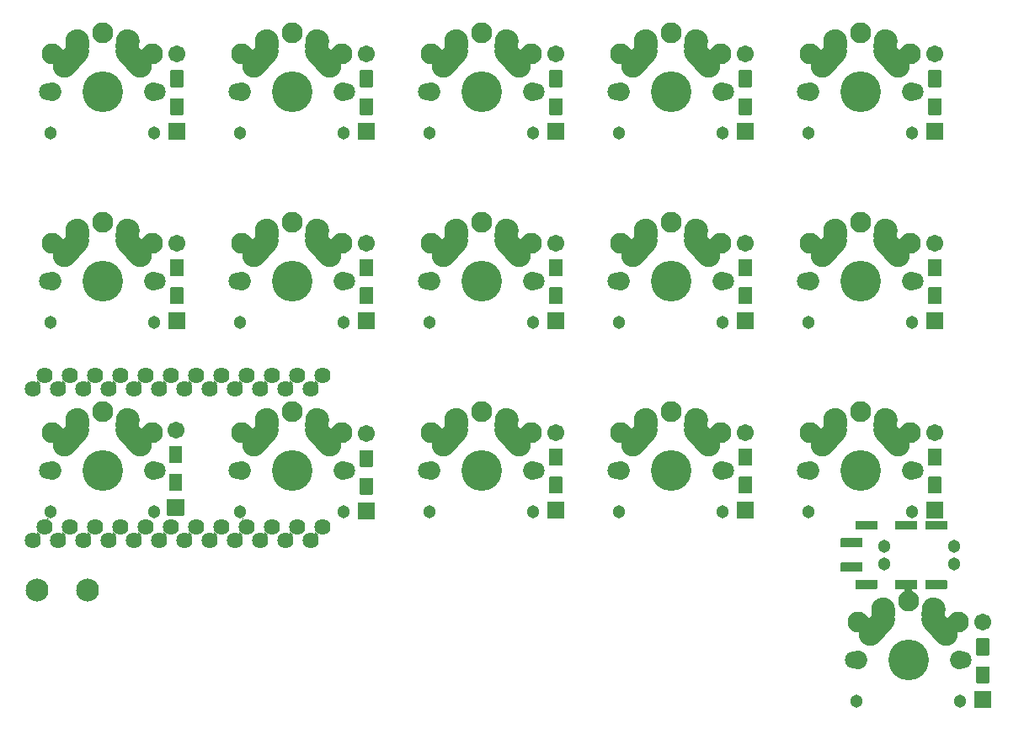
<source format=gbr>
G04 #@! TF.GenerationSoftware,KiCad,Pcbnew,(5.1.9)-1*
G04 #@! TF.CreationDate,2021-01-20T21:20:51-05:00*
G04 #@! TF.ProjectId,splitty,73706c69-7474-4792-9e6b-696361645f70,rev?*
G04 #@! TF.SameCoordinates,Original*
G04 #@! TF.FileFunction,Soldermask,Top*
G04 #@! TF.FilePolarity,Negative*
%FSLAX46Y46*%
G04 Gerber Fmt 4.6, Leading zero omitted, Abs format (unit mm)*
G04 Created by KiCad (PCBNEW (5.1.9)-1) date 2021-01-20 21:20:51*
%MOMM*%
%LPD*%
G01*
G04 APERTURE LIST*
%ADD10C,1.626000*%
%ADD11C,2.302000*%
%ADD12C,1.702000*%
%ADD13C,2.352000*%
%ADD14C,4.089800*%
%ADD15C,1.852000*%
%ADD16C,2.102000*%
%ADD17C,1.802000*%
%ADD18C,1.302000*%
%ADD19C,0.100000*%
G04 APERTURE END LIST*
D10*
X156478745Y-109756185D03*
X174258745Y-94516185D03*
X166638745Y-109756185D03*
X164098745Y-94516185D03*
X159018745Y-94516185D03*
X176798745Y-109756185D03*
X156478745Y-94516185D03*
X151398745Y-94516185D03*
X171718745Y-109756185D03*
X179338745Y-94516185D03*
X164098745Y-109756185D03*
X153938745Y-109756185D03*
X159018745Y-109756185D03*
X161558745Y-109756185D03*
X174258745Y-109756185D03*
X169178745Y-109756185D03*
X171718745Y-94516185D03*
X169178745Y-94516185D03*
X179338745Y-109756185D03*
X176798745Y-94516185D03*
X153938745Y-94516185D03*
X151398745Y-109756185D03*
X166638745Y-94516185D03*
X161558745Y-94516185D03*
X150203000Y-111055000D03*
X152743000Y-111055000D03*
X155283000Y-111055000D03*
X157823000Y-111055000D03*
X160363000Y-111055000D03*
X162903000Y-111055000D03*
X165443000Y-111055000D03*
X167983000Y-111055000D03*
X170523000Y-111055000D03*
X173063000Y-111055000D03*
X175603000Y-111055000D03*
X178143000Y-111055000D03*
X178143000Y-95815000D03*
X175603000Y-95815000D03*
X173063000Y-95815000D03*
X170523000Y-95815000D03*
X167983000Y-95815000D03*
X165443000Y-95815000D03*
X162903000Y-95815000D03*
X160363000Y-95815000D03*
X157823000Y-95815000D03*
X155283000Y-95815000D03*
X152743000Y-95815000D03*
X150203000Y-95815000D03*
D11*
X150622000Y-116078000D03*
X155702000Y-116078000D03*
G36*
G01*
X163919000Y-69089000D02*
X165519000Y-69089000D01*
G75*
G02*
X165570000Y-69140000I0J-51000D01*
G01*
X165570000Y-70740000D01*
G75*
G02*
X165519000Y-70791000I-51000J0D01*
G01*
X163919000Y-70791000D01*
G75*
G02*
X163868000Y-70740000I0J51000D01*
G01*
X163868000Y-69140000D01*
G75*
G02*
X163919000Y-69089000I51000J0D01*
G01*
G37*
D12*
X164719000Y-62140000D03*
G36*
G01*
X164118999Y-63789000D02*
X165319001Y-63789000D01*
G75*
G02*
X165370000Y-63839999I0J-50999D01*
G01*
X165370000Y-65440001D01*
G75*
G02*
X165319001Y-65491000I-50999J0D01*
G01*
X164118999Y-65491000D01*
G75*
G02*
X164068000Y-65440001I0J50999D01*
G01*
X164068000Y-63839999D01*
G75*
G02*
X164118999Y-63789000I50999J0D01*
G01*
G37*
G36*
G01*
X164118999Y-66589000D02*
X165319001Y-66589000D01*
G75*
G02*
X165370000Y-66639999I0J-50999D01*
G01*
X165370000Y-68240001D01*
G75*
G02*
X165319001Y-68291000I-50999J0D01*
G01*
X164118999Y-68291000D01*
G75*
G02*
X164068000Y-68240001I0J50999D01*
G01*
X164068000Y-66639999D01*
G75*
G02*
X164118999Y-66589000I50999J0D01*
G01*
G37*
G36*
G01*
X182969000Y-69089000D02*
X184569000Y-69089000D01*
G75*
G02*
X184620000Y-69140000I0J-51000D01*
G01*
X184620000Y-70740000D01*
G75*
G02*
X184569000Y-70791000I-51000J0D01*
G01*
X182969000Y-70791000D01*
G75*
G02*
X182918000Y-70740000I0J51000D01*
G01*
X182918000Y-69140000D01*
G75*
G02*
X182969000Y-69089000I51000J0D01*
G01*
G37*
X183769000Y-62140000D03*
G36*
G01*
X183168999Y-63789000D02*
X184369001Y-63789000D01*
G75*
G02*
X184420000Y-63839999I0J-50999D01*
G01*
X184420000Y-65440001D01*
G75*
G02*
X184369001Y-65491000I-50999J0D01*
G01*
X183168999Y-65491000D01*
G75*
G02*
X183118000Y-65440001I0J50999D01*
G01*
X183118000Y-63839999D01*
G75*
G02*
X183168999Y-63789000I50999J0D01*
G01*
G37*
G36*
G01*
X183168999Y-66589000D02*
X184369001Y-66589000D01*
G75*
G02*
X184420000Y-66639999I0J-50999D01*
G01*
X184420000Y-68240001D01*
G75*
G02*
X184369001Y-68291000I-50999J0D01*
G01*
X183168999Y-68291000D01*
G75*
G02*
X183118000Y-68240001I0J50999D01*
G01*
X183118000Y-66639999D01*
G75*
G02*
X183168999Y-66589000I50999J0D01*
G01*
G37*
G36*
G01*
X202019000Y-69089000D02*
X203619000Y-69089000D01*
G75*
G02*
X203670000Y-69140000I0J-51000D01*
G01*
X203670000Y-70740000D01*
G75*
G02*
X203619000Y-70791000I-51000J0D01*
G01*
X202019000Y-70791000D01*
G75*
G02*
X201968000Y-70740000I0J51000D01*
G01*
X201968000Y-69140000D01*
G75*
G02*
X202019000Y-69089000I51000J0D01*
G01*
G37*
X202819000Y-62140000D03*
G36*
G01*
X202218999Y-63789000D02*
X203419001Y-63789000D01*
G75*
G02*
X203470000Y-63839999I0J-50999D01*
G01*
X203470000Y-65440001D01*
G75*
G02*
X203419001Y-65491000I-50999J0D01*
G01*
X202218999Y-65491000D01*
G75*
G02*
X202168000Y-65440001I0J50999D01*
G01*
X202168000Y-63839999D01*
G75*
G02*
X202218999Y-63789000I50999J0D01*
G01*
G37*
G36*
G01*
X202218999Y-66589000D02*
X203419001Y-66589000D01*
G75*
G02*
X203470000Y-66639999I0J-50999D01*
G01*
X203470000Y-68240001D01*
G75*
G02*
X203419001Y-68291000I-50999J0D01*
G01*
X202218999Y-68291000D01*
G75*
G02*
X202168000Y-68240001I0J50999D01*
G01*
X202168000Y-66639999D01*
G75*
G02*
X202218999Y-66589000I50999J0D01*
G01*
G37*
G36*
G01*
X221069000Y-69089000D02*
X222669000Y-69089000D01*
G75*
G02*
X222720000Y-69140000I0J-51000D01*
G01*
X222720000Y-70740000D01*
G75*
G02*
X222669000Y-70791000I-51000J0D01*
G01*
X221069000Y-70791000D01*
G75*
G02*
X221018000Y-70740000I0J51000D01*
G01*
X221018000Y-69140000D01*
G75*
G02*
X221069000Y-69089000I51000J0D01*
G01*
G37*
X221869000Y-62140000D03*
G36*
G01*
X221268999Y-63789000D02*
X222469001Y-63789000D01*
G75*
G02*
X222520000Y-63839999I0J-50999D01*
G01*
X222520000Y-65440001D01*
G75*
G02*
X222469001Y-65491000I-50999J0D01*
G01*
X221268999Y-65491000D01*
G75*
G02*
X221218000Y-65440001I0J50999D01*
G01*
X221218000Y-63839999D01*
G75*
G02*
X221268999Y-63789000I50999J0D01*
G01*
G37*
G36*
G01*
X221268999Y-66589000D02*
X222469001Y-66589000D01*
G75*
G02*
X222520000Y-66639999I0J-50999D01*
G01*
X222520000Y-68240001D01*
G75*
G02*
X222469001Y-68291000I-50999J0D01*
G01*
X221268999Y-68291000D01*
G75*
G02*
X221218000Y-68240001I0J50999D01*
G01*
X221218000Y-66639999D01*
G75*
G02*
X221268999Y-66589000I50999J0D01*
G01*
G37*
G36*
G01*
X240119000Y-69089000D02*
X241719000Y-69089000D01*
G75*
G02*
X241770000Y-69140000I0J-51000D01*
G01*
X241770000Y-70740000D01*
G75*
G02*
X241719000Y-70791000I-51000J0D01*
G01*
X240119000Y-70791000D01*
G75*
G02*
X240068000Y-70740000I0J51000D01*
G01*
X240068000Y-69140000D01*
G75*
G02*
X240119000Y-69089000I51000J0D01*
G01*
G37*
X240919000Y-62140000D03*
G36*
G01*
X240318999Y-63789000D02*
X241519001Y-63789000D01*
G75*
G02*
X241570000Y-63839999I0J-50999D01*
G01*
X241570000Y-65440001D01*
G75*
G02*
X241519001Y-65491000I-50999J0D01*
G01*
X240318999Y-65491000D01*
G75*
G02*
X240268000Y-65440001I0J50999D01*
G01*
X240268000Y-63839999D01*
G75*
G02*
X240318999Y-63789000I50999J0D01*
G01*
G37*
G36*
G01*
X240318999Y-66589000D02*
X241519001Y-66589000D01*
G75*
G02*
X241570000Y-66639999I0J-50999D01*
G01*
X241570000Y-68240001D01*
G75*
G02*
X241519001Y-68291000I-50999J0D01*
G01*
X240318999Y-68291000D01*
G75*
G02*
X240268000Y-68240001I0J50999D01*
G01*
X240268000Y-66639999D01*
G75*
G02*
X240318999Y-66589000I50999J0D01*
G01*
G37*
G36*
G01*
X163919000Y-88102000D02*
X165519000Y-88102000D01*
G75*
G02*
X165570000Y-88153000I0J-51000D01*
G01*
X165570000Y-89753000D01*
G75*
G02*
X165519000Y-89804000I-51000J0D01*
G01*
X163919000Y-89804000D01*
G75*
G02*
X163868000Y-89753000I0J51000D01*
G01*
X163868000Y-88153000D01*
G75*
G02*
X163919000Y-88102000I51000J0D01*
G01*
G37*
X164719000Y-81153000D03*
G36*
G01*
X164118999Y-82802000D02*
X165319001Y-82802000D01*
G75*
G02*
X165370000Y-82852999I0J-50999D01*
G01*
X165370000Y-84453001D01*
G75*
G02*
X165319001Y-84504000I-50999J0D01*
G01*
X164118999Y-84504000D01*
G75*
G02*
X164068000Y-84453001I0J50999D01*
G01*
X164068000Y-82852999D01*
G75*
G02*
X164118999Y-82802000I50999J0D01*
G01*
G37*
G36*
G01*
X164118999Y-85602000D02*
X165319001Y-85602000D01*
G75*
G02*
X165370000Y-85652999I0J-50999D01*
G01*
X165370000Y-87253001D01*
G75*
G02*
X165319001Y-87304000I-50999J0D01*
G01*
X164118999Y-87304000D01*
G75*
G02*
X164068000Y-87253001I0J50999D01*
G01*
X164068000Y-85652999D01*
G75*
G02*
X164118999Y-85602000I50999J0D01*
G01*
G37*
G36*
G01*
X182969000Y-88099000D02*
X184569000Y-88099000D01*
G75*
G02*
X184620000Y-88150000I0J-51000D01*
G01*
X184620000Y-89750000D01*
G75*
G02*
X184569000Y-89801000I-51000J0D01*
G01*
X182969000Y-89801000D01*
G75*
G02*
X182918000Y-89750000I0J51000D01*
G01*
X182918000Y-88150000D01*
G75*
G02*
X182969000Y-88099000I51000J0D01*
G01*
G37*
X183769000Y-81150000D03*
G36*
G01*
X183168999Y-82799000D02*
X184369001Y-82799000D01*
G75*
G02*
X184420000Y-82849999I0J-50999D01*
G01*
X184420000Y-84450001D01*
G75*
G02*
X184369001Y-84501000I-50999J0D01*
G01*
X183168999Y-84501000D01*
G75*
G02*
X183118000Y-84450001I0J50999D01*
G01*
X183118000Y-82849999D01*
G75*
G02*
X183168999Y-82799000I50999J0D01*
G01*
G37*
G36*
G01*
X183168999Y-85599000D02*
X184369001Y-85599000D01*
G75*
G02*
X184420000Y-85649999I0J-50999D01*
G01*
X184420000Y-87250001D01*
G75*
G02*
X184369001Y-87301000I-50999J0D01*
G01*
X183168999Y-87301000D01*
G75*
G02*
X183118000Y-87250001I0J50999D01*
G01*
X183118000Y-85649999D01*
G75*
G02*
X183168999Y-85599000I50999J0D01*
G01*
G37*
G36*
G01*
X202019000Y-88102000D02*
X203619000Y-88102000D01*
G75*
G02*
X203670000Y-88153000I0J-51000D01*
G01*
X203670000Y-89753000D01*
G75*
G02*
X203619000Y-89804000I-51000J0D01*
G01*
X202019000Y-89804000D01*
G75*
G02*
X201968000Y-89753000I0J51000D01*
G01*
X201968000Y-88153000D01*
G75*
G02*
X202019000Y-88102000I51000J0D01*
G01*
G37*
X202819000Y-81153000D03*
G36*
G01*
X202218999Y-82802000D02*
X203419001Y-82802000D01*
G75*
G02*
X203470000Y-82852999I0J-50999D01*
G01*
X203470000Y-84453001D01*
G75*
G02*
X203419001Y-84504000I-50999J0D01*
G01*
X202218999Y-84504000D01*
G75*
G02*
X202168000Y-84453001I0J50999D01*
G01*
X202168000Y-82852999D01*
G75*
G02*
X202218999Y-82802000I50999J0D01*
G01*
G37*
G36*
G01*
X202218999Y-85602000D02*
X203419001Y-85602000D01*
G75*
G02*
X203470000Y-85652999I0J-50999D01*
G01*
X203470000Y-87253001D01*
G75*
G02*
X203419001Y-87304000I-50999J0D01*
G01*
X202218999Y-87304000D01*
G75*
G02*
X202168000Y-87253001I0J50999D01*
G01*
X202168000Y-85652999D01*
G75*
G02*
X202218999Y-85602000I50999J0D01*
G01*
G37*
G36*
G01*
X221069000Y-88099000D02*
X222669000Y-88099000D01*
G75*
G02*
X222720000Y-88150000I0J-51000D01*
G01*
X222720000Y-89750000D01*
G75*
G02*
X222669000Y-89801000I-51000J0D01*
G01*
X221069000Y-89801000D01*
G75*
G02*
X221018000Y-89750000I0J51000D01*
G01*
X221018000Y-88150000D01*
G75*
G02*
X221069000Y-88099000I51000J0D01*
G01*
G37*
X221869000Y-81150000D03*
G36*
G01*
X221268999Y-82799000D02*
X222469001Y-82799000D01*
G75*
G02*
X222520000Y-82849999I0J-50999D01*
G01*
X222520000Y-84450001D01*
G75*
G02*
X222469001Y-84501000I-50999J0D01*
G01*
X221268999Y-84501000D01*
G75*
G02*
X221218000Y-84450001I0J50999D01*
G01*
X221218000Y-82849999D01*
G75*
G02*
X221268999Y-82799000I50999J0D01*
G01*
G37*
G36*
G01*
X221268999Y-85599000D02*
X222469001Y-85599000D01*
G75*
G02*
X222520000Y-85649999I0J-50999D01*
G01*
X222520000Y-87250001D01*
G75*
G02*
X222469001Y-87301000I-50999J0D01*
G01*
X221268999Y-87301000D01*
G75*
G02*
X221218000Y-87250001I0J50999D01*
G01*
X221218000Y-85649999D01*
G75*
G02*
X221268999Y-85599000I50999J0D01*
G01*
G37*
G36*
G01*
X240119000Y-88099000D02*
X241719000Y-88099000D01*
G75*
G02*
X241770000Y-88150000I0J-51000D01*
G01*
X241770000Y-89750000D01*
G75*
G02*
X241719000Y-89801000I-51000J0D01*
G01*
X240119000Y-89801000D01*
G75*
G02*
X240068000Y-89750000I0J51000D01*
G01*
X240068000Y-88150000D01*
G75*
G02*
X240119000Y-88099000I51000J0D01*
G01*
G37*
X240919000Y-81150000D03*
G36*
G01*
X240318999Y-82799000D02*
X241519001Y-82799000D01*
G75*
G02*
X241570000Y-82849999I0J-50999D01*
G01*
X241570000Y-84450001D01*
G75*
G02*
X241519001Y-84501000I-50999J0D01*
G01*
X240318999Y-84501000D01*
G75*
G02*
X240268000Y-84450001I0J50999D01*
G01*
X240268000Y-82849999D01*
G75*
G02*
X240318999Y-82799000I50999J0D01*
G01*
G37*
G36*
G01*
X240318999Y-85599000D02*
X241519001Y-85599000D01*
G75*
G02*
X241570000Y-85649999I0J-50999D01*
G01*
X241570000Y-87250001D01*
G75*
G02*
X241519001Y-87301000I-50999J0D01*
G01*
X240318999Y-87301000D01*
G75*
G02*
X240268000Y-87250001I0J50999D01*
G01*
X240268000Y-85649999D01*
G75*
G02*
X240318999Y-85599000I50999J0D01*
G01*
G37*
G36*
G01*
X163792000Y-106898000D02*
X165392000Y-106898000D01*
G75*
G02*
X165443000Y-106949000I0J-51000D01*
G01*
X165443000Y-108549000D01*
G75*
G02*
X165392000Y-108600000I-51000J0D01*
G01*
X163792000Y-108600000D01*
G75*
G02*
X163741000Y-108549000I0J51000D01*
G01*
X163741000Y-106949000D01*
G75*
G02*
X163792000Y-106898000I51000J0D01*
G01*
G37*
X164592000Y-99949000D03*
G36*
G01*
X163991999Y-101598000D02*
X165192001Y-101598000D01*
G75*
G02*
X165243000Y-101648999I0J-50999D01*
G01*
X165243000Y-103249001D01*
G75*
G02*
X165192001Y-103300000I-50999J0D01*
G01*
X163991999Y-103300000D01*
G75*
G02*
X163941000Y-103249001I0J50999D01*
G01*
X163941000Y-101648999D01*
G75*
G02*
X163991999Y-101598000I50999J0D01*
G01*
G37*
G36*
G01*
X163991999Y-104398000D02*
X165192001Y-104398000D01*
G75*
G02*
X165243000Y-104448999I0J-50999D01*
G01*
X165243000Y-106049001D01*
G75*
G02*
X165192001Y-106100000I-50999J0D01*
G01*
X163991999Y-106100000D01*
G75*
G02*
X163941000Y-106049001I0J50999D01*
G01*
X163941000Y-104448999D01*
G75*
G02*
X163991999Y-104398000I50999J0D01*
G01*
G37*
G36*
G01*
X182969000Y-107276000D02*
X184569000Y-107276000D01*
G75*
G02*
X184620000Y-107327000I0J-51000D01*
G01*
X184620000Y-108927000D01*
G75*
G02*
X184569000Y-108978000I-51000J0D01*
G01*
X182969000Y-108978000D01*
G75*
G02*
X182918000Y-108927000I0J51000D01*
G01*
X182918000Y-107327000D01*
G75*
G02*
X182969000Y-107276000I51000J0D01*
G01*
G37*
X183769000Y-100327000D03*
G36*
G01*
X183168999Y-101976000D02*
X184369001Y-101976000D01*
G75*
G02*
X184420000Y-102026999I0J-50999D01*
G01*
X184420000Y-103627001D01*
G75*
G02*
X184369001Y-103678000I-50999J0D01*
G01*
X183168999Y-103678000D01*
G75*
G02*
X183118000Y-103627001I0J50999D01*
G01*
X183118000Y-102026999D01*
G75*
G02*
X183168999Y-101976000I50999J0D01*
G01*
G37*
G36*
G01*
X183168999Y-104776000D02*
X184369001Y-104776000D01*
G75*
G02*
X184420000Y-104826999I0J-50999D01*
G01*
X184420000Y-106427001D01*
G75*
G02*
X184369001Y-106478000I-50999J0D01*
G01*
X183168999Y-106478000D01*
G75*
G02*
X183118000Y-106427001I0J50999D01*
G01*
X183118000Y-104826999D01*
G75*
G02*
X183168999Y-104776000I50999J0D01*
G01*
G37*
G36*
G01*
X202019000Y-107152000D02*
X203619000Y-107152000D01*
G75*
G02*
X203670000Y-107203000I0J-51000D01*
G01*
X203670000Y-108803000D01*
G75*
G02*
X203619000Y-108854000I-51000J0D01*
G01*
X202019000Y-108854000D01*
G75*
G02*
X201968000Y-108803000I0J51000D01*
G01*
X201968000Y-107203000D01*
G75*
G02*
X202019000Y-107152000I51000J0D01*
G01*
G37*
X202819000Y-100203000D03*
G36*
G01*
X202218999Y-101852000D02*
X203419001Y-101852000D01*
G75*
G02*
X203470000Y-101902999I0J-50999D01*
G01*
X203470000Y-103503001D01*
G75*
G02*
X203419001Y-103554000I-50999J0D01*
G01*
X202218999Y-103554000D01*
G75*
G02*
X202168000Y-103503001I0J50999D01*
G01*
X202168000Y-101902999D01*
G75*
G02*
X202218999Y-101852000I50999J0D01*
G01*
G37*
G36*
G01*
X202218999Y-104652000D02*
X203419001Y-104652000D01*
G75*
G02*
X203470000Y-104702999I0J-50999D01*
G01*
X203470000Y-106303001D01*
G75*
G02*
X203419001Y-106354000I-50999J0D01*
G01*
X202218999Y-106354000D01*
G75*
G02*
X202168000Y-106303001I0J50999D01*
G01*
X202168000Y-104702999D01*
G75*
G02*
X202218999Y-104652000I50999J0D01*
G01*
G37*
G36*
G01*
X221069000Y-107149000D02*
X222669000Y-107149000D01*
G75*
G02*
X222720000Y-107200000I0J-51000D01*
G01*
X222720000Y-108800000D01*
G75*
G02*
X222669000Y-108851000I-51000J0D01*
G01*
X221069000Y-108851000D01*
G75*
G02*
X221018000Y-108800000I0J51000D01*
G01*
X221018000Y-107200000D01*
G75*
G02*
X221069000Y-107149000I51000J0D01*
G01*
G37*
X221869000Y-100200000D03*
G36*
G01*
X221268999Y-101849000D02*
X222469001Y-101849000D01*
G75*
G02*
X222520000Y-101899999I0J-50999D01*
G01*
X222520000Y-103500001D01*
G75*
G02*
X222469001Y-103551000I-50999J0D01*
G01*
X221268999Y-103551000D01*
G75*
G02*
X221218000Y-103500001I0J50999D01*
G01*
X221218000Y-101899999D01*
G75*
G02*
X221268999Y-101849000I50999J0D01*
G01*
G37*
G36*
G01*
X221268999Y-104649000D02*
X222469001Y-104649000D01*
G75*
G02*
X222520000Y-104699999I0J-50999D01*
G01*
X222520000Y-106300001D01*
G75*
G02*
X222469001Y-106351000I-50999J0D01*
G01*
X221268999Y-106351000D01*
G75*
G02*
X221218000Y-106300001I0J50999D01*
G01*
X221218000Y-104699999D01*
G75*
G02*
X221268999Y-104649000I50999J0D01*
G01*
G37*
G36*
G01*
X240119000Y-107152000D02*
X241719000Y-107152000D01*
G75*
G02*
X241770000Y-107203000I0J-51000D01*
G01*
X241770000Y-108803000D01*
G75*
G02*
X241719000Y-108854000I-51000J0D01*
G01*
X240119000Y-108854000D01*
G75*
G02*
X240068000Y-108803000I0J51000D01*
G01*
X240068000Y-107203000D01*
G75*
G02*
X240119000Y-107152000I51000J0D01*
G01*
G37*
X240919000Y-100203000D03*
G36*
G01*
X240318999Y-101852000D02*
X241519001Y-101852000D01*
G75*
G02*
X241570000Y-101902999I0J-50999D01*
G01*
X241570000Y-103503001D01*
G75*
G02*
X241519001Y-103554000I-50999J0D01*
G01*
X240318999Y-103554000D01*
G75*
G02*
X240268000Y-103503001I0J50999D01*
G01*
X240268000Y-101902999D01*
G75*
G02*
X240318999Y-101852000I50999J0D01*
G01*
G37*
G36*
G01*
X240318999Y-104652000D02*
X241519001Y-104652000D01*
G75*
G02*
X241570000Y-104702999I0J-50999D01*
G01*
X241570000Y-106303001D01*
G75*
G02*
X241519001Y-106354000I-50999J0D01*
G01*
X240318999Y-106354000D01*
G75*
G02*
X240268000Y-106303001I0J50999D01*
G01*
X240268000Y-104702999D01*
G75*
G02*
X240318999Y-104652000I50999J0D01*
G01*
G37*
G36*
G01*
X244945000Y-126239000D02*
X246545000Y-126239000D01*
G75*
G02*
X246596000Y-126290000I0J-51000D01*
G01*
X246596000Y-127890000D01*
G75*
G02*
X246545000Y-127941000I-51000J0D01*
G01*
X244945000Y-127941000D01*
G75*
G02*
X244894000Y-127890000I0J51000D01*
G01*
X244894000Y-126290000D01*
G75*
G02*
X244945000Y-126239000I51000J0D01*
G01*
G37*
X245745000Y-119290000D03*
G36*
G01*
X245144999Y-120939000D02*
X246345001Y-120939000D01*
G75*
G02*
X246396000Y-120989999I0J-50999D01*
G01*
X246396000Y-122590001D01*
G75*
G02*
X246345001Y-122641000I-50999J0D01*
G01*
X245144999Y-122641000D01*
G75*
G02*
X245094000Y-122590001I0J50999D01*
G01*
X245094000Y-120989999D01*
G75*
G02*
X245144999Y-120939000I50999J0D01*
G01*
G37*
G36*
G01*
X245144999Y-123739000D02*
X246345001Y-123739000D01*
G75*
G02*
X246396000Y-123789999I0J-50999D01*
G01*
X246396000Y-125390001D01*
G75*
G02*
X246345001Y-125441000I-50999J0D01*
G01*
X245144999Y-125441000D01*
G75*
G02*
X245094000Y-125390001I0J50999D01*
G01*
X245094000Y-123789999D01*
G75*
G02*
X245144999Y-123739000I50999J0D01*
G01*
G37*
G36*
G01*
X159646014Y-62586277D02*
X159646014Y-62586277D01*
G75*
G02*
X158552723Y-61333014I79986J1173277D01*
G01*
X158592265Y-60752982D01*
G75*
G02*
X159845528Y-59659691I1173277J-79986D01*
G01*
X159845528Y-59659691D01*
G75*
G02*
X160938819Y-60912954I-79986J-1173277D01*
G01*
X160899277Y-61492986D01*
G75*
G02*
X159646014Y-62586277I-1173277J79986D01*
G01*
G37*
D13*
X159766000Y-60833000D03*
G36*
G01*
X152630629Y-64248310D02*
X152630629Y-64248310D01*
G75*
G02*
X152540690Y-62587629I785371J875310D01*
G01*
X153850680Y-61127621D01*
G75*
G02*
X155511361Y-61037682I875310J-785371D01*
G01*
X155511361Y-61037682D01*
G75*
G02*
X155601300Y-62698363I-785371J-875310D01*
G01*
X154291310Y-64158371D01*
G75*
G02*
X152630629Y-64248310I-875310J785371D01*
G01*
G37*
D14*
X157226000Y-65913000D03*
D13*
X154726000Y-61913000D03*
D15*
X152146000Y-65913000D03*
X162306000Y-65913000D03*
D16*
X162226000Y-62113000D03*
X157226000Y-60013000D03*
D17*
X151726000Y-65913000D03*
X162726000Y-65913000D03*
D18*
X152006000Y-70113000D03*
D16*
X157226000Y-60013000D03*
D18*
X162446000Y-70113000D03*
D13*
X154686000Y-60833000D03*
G36*
G01*
X158940639Y-61037682D02*
X158940639Y-61037682D01*
G75*
G02*
X160601320Y-61127621I785371J-875310D01*
G01*
X161911310Y-62587629D01*
G75*
G02*
X161821371Y-64248310I-875310J-785371D01*
G01*
X161821371Y-64248310D01*
G75*
G02*
X160160690Y-64158371I-785371J875310D01*
G01*
X158850700Y-62698363D01*
G75*
G02*
X158940639Y-61037682I875310J785371D01*
G01*
G37*
D16*
X152226000Y-62113000D03*
G36*
G01*
X154606472Y-59659691D02*
X154606472Y-59659691D01*
G75*
G02*
X155859735Y-60752982I79986J-1173277D01*
G01*
X155899277Y-61333014D01*
G75*
G02*
X154805986Y-62586277I-1173277J-79986D01*
G01*
X154805986Y-62586277D01*
G75*
G02*
X153552723Y-61492986I-79986J1173277D01*
G01*
X153513181Y-60912954D01*
G75*
G02*
X154606472Y-59659691I1173277J79986D01*
G01*
G37*
D13*
X159726000Y-61913000D03*
G36*
G01*
X178696014Y-62586277D02*
X178696014Y-62586277D01*
G75*
G02*
X177602723Y-61333014I79986J1173277D01*
G01*
X177642265Y-60752982D01*
G75*
G02*
X178895528Y-59659691I1173277J-79986D01*
G01*
X178895528Y-59659691D01*
G75*
G02*
X179988819Y-60912954I-79986J-1173277D01*
G01*
X179949277Y-61492986D01*
G75*
G02*
X178696014Y-62586277I-1173277J79986D01*
G01*
G37*
X178816000Y-60833000D03*
G36*
G01*
X171680629Y-64248310D02*
X171680629Y-64248310D01*
G75*
G02*
X171590690Y-62587629I785371J875310D01*
G01*
X172900680Y-61127621D01*
G75*
G02*
X174561361Y-61037682I875310J-785371D01*
G01*
X174561361Y-61037682D01*
G75*
G02*
X174651300Y-62698363I-785371J-875310D01*
G01*
X173341310Y-64158371D01*
G75*
G02*
X171680629Y-64248310I-875310J785371D01*
G01*
G37*
D14*
X176276000Y-65913000D03*
D13*
X173776000Y-61913000D03*
D15*
X171196000Y-65913000D03*
X181356000Y-65913000D03*
D16*
X181276000Y-62113000D03*
X176276000Y-60013000D03*
D17*
X170776000Y-65913000D03*
X181776000Y-65913000D03*
D18*
X171056000Y-70113000D03*
D16*
X176276000Y-60013000D03*
D18*
X181496000Y-70113000D03*
D13*
X173736000Y-60833000D03*
G36*
G01*
X177990639Y-61037682D02*
X177990639Y-61037682D01*
G75*
G02*
X179651320Y-61127621I785371J-875310D01*
G01*
X180961310Y-62587629D01*
G75*
G02*
X180871371Y-64248310I-875310J-785371D01*
G01*
X180871371Y-64248310D01*
G75*
G02*
X179210690Y-64158371I-785371J875310D01*
G01*
X177900700Y-62698363D01*
G75*
G02*
X177990639Y-61037682I875310J785371D01*
G01*
G37*
D16*
X171276000Y-62113000D03*
G36*
G01*
X173656472Y-59659691D02*
X173656472Y-59659691D01*
G75*
G02*
X174909735Y-60752982I79986J-1173277D01*
G01*
X174949277Y-61333014D01*
G75*
G02*
X173855986Y-62586277I-1173277J-79986D01*
G01*
X173855986Y-62586277D01*
G75*
G02*
X172602723Y-61492986I-79986J1173277D01*
G01*
X172563181Y-60912954D01*
G75*
G02*
X173656472Y-59659691I1173277J79986D01*
G01*
G37*
D13*
X178776000Y-61913000D03*
G36*
G01*
X197746014Y-62586277D02*
X197746014Y-62586277D01*
G75*
G02*
X196652723Y-61333014I79986J1173277D01*
G01*
X196692265Y-60752982D01*
G75*
G02*
X197945528Y-59659691I1173277J-79986D01*
G01*
X197945528Y-59659691D01*
G75*
G02*
X199038819Y-60912954I-79986J-1173277D01*
G01*
X198999277Y-61492986D01*
G75*
G02*
X197746014Y-62586277I-1173277J79986D01*
G01*
G37*
X197866000Y-60833000D03*
G36*
G01*
X190730629Y-64248310D02*
X190730629Y-64248310D01*
G75*
G02*
X190640690Y-62587629I785371J875310D01*
G01*
X191950680Y-61127621D01*
G75*
G02*
X193611361Y-61037682I875310J-785371D01*
G01*
X193611361Y-61037682D01*
G75*
G02*
X193701300Y-62698363I-785371J-875310D01*
G01*
X192391310Y-64158371D01*
G75*
G02*
X190730629Y-64248310I-875310J785371D01*
G01*
G37*
D14*
X195326000Y-65913000D03*
D13*
X192826000Y-61913000D03*
D15*
X190246000Y-65913000D03*
X200406000Y-65913000D03*
D16*
X200326000Y-62113000D03*
X195326000Y-60013000D03*
D17*
X189826000Y-65913000D03*
X200826000Y-65913000D03*
D18*
X190106000Y-70113000D03*
D16*
X195326000Y-60013000D03*
D18*
X200546000Y-70113000D03*
D13*
X192786000Y-60833000D03*
G36*
G01*
X197040639Y-61037682D02*
X197040639Y-61037682D01*
G75*
G02*
X198701320Y-61127621I785371J-875310D01*
G01*
X200011310Y-62587629D01*
G75*
G02*
X199921371Y-64248310I-875310J-785371D01*
G01*
X199921371Y-64248310D01*
G75*
G02*
X198260690Y-64158371I-785371J875310D01*
G01*
X196950700Y-62698363D01*
G75*
G02*
X197040639Y-61037682I875310J785371D01*
G01*
G37*
D16*
X190326000Y-62113000D03*
G36*
G01*
X192706472Y-59659691D02*
X192706472Y-59659691D01*
G75*
G02*
X193959735Y-60752982I79986J-1173277D01*
G01*
X193999277Y-61333014D01*
G75*
G02*
X192905986Y-62586277I-1173277J-79986D01*
G01*
X192905986Y-62586277D01*
G75*
G02*
X191652723Y-61492986I-79986J1173277D01*
G01*
X191613181Y-60912954D01*
G75*
G02*
X192706472Y-59659691I1173277J79986D01*
G01*
G37*
D13*
X197826000Y-61913000D03*
G36*
G01*
X216796014Y-62586277D02*
X216796014Y-62586277D01*
G75*
G02*
X215702723Y-61333014I79986J1173277D01*
G01*
X215742265Y-60752982D01*
G75*
G02*
X216995528Y-59659691I1173277J-79986D01*
G01*
X216995528Y-59659691D01*
G75*
G02*
X218088819Y-60912954I-79986J-1173277D01*
G01*
X218049277Y-61492986D01*
G75*
G02*
X216796014Y-62586277I-1173277J79986D01*
G01*
G37*
X216916000Y-60833000D03*
G36*
G01*
X209780629Y-64248310D02*
X209780629Y-64248310D01*
G75*
G02*
X209690690Y-62587629I785371J875310D01*
G01*
X211000680Y-61127621D01*
G75*
G02*
X212661361Y-61037682I875310J-785371D01*
G01*
X212661361Y-61037682D01*
G75*
G02*
X212751300Y-62698363I-785371J-875310D01*
G01*
X211441310Y-64158371D01*
G75*
G02*
X209780629Y-64248310I-875310J785371D01*
G01*
G37*
D14*
X214376000Y-65913000D03*
D13*
X211876000Y-61913000D03*
D15*
X209296000Y-65913000D03*
X219456000Y-65913000D03*
D16*
X219376000Y-62113000D03*
X214376000Y-60013000D03*
D17*
X208876000Y-65913000D03*
X219876000Y-65913000D03*
D18*
X209156000Y-70113000D03*
D16*
X214376000Y-60013000D03*
D18*
X219596000Y-70113000D03*
D13*
X211836000Y-60833000D03*
G36*
G01*
X216090639Y-61037682D02*
X216090639Y-61037682D01*
G75*
G02*
X217751320Y-61127621I785371J-875310D01*
G01*
X219061310Y-62587629D01*
G75*
G02*
X218971371Y-64248310I-875310J-785371D01*
G01*
X218971371Y-64248310D01*
G75*
G02*
X217310690Y-64158371I-785371J875310D01*
G01*
X216000700Y-62698363D01*
G75*
G02*
X216090639Y-61037682I875310J785371D01*
G01*
G37*
D16*
X209376000Y-62113000D03*
G36*
G01*
X211756472Y-59659691D02*
X211756472Y-59659691D01*
G75*
G02*
X213009735Y-60752982I79986J-1173277D01*
G01*
X213049277Y-61333014D01*
G75*
G02*
X211955986Y-62586277I-1173277J-79986D01*
G01*
X211955986Y-62586277D01*
G75*
G02*
X210702723Y-61492986I-79986J1173277D01*
G01*
X210663181Y-60912954D01*
G75*
G02*
X211756472Y-59659691I1173277J79986D01*
G01*
G37*
D13*
X216876000Y-61913000D03*
G36*
G01*
X235846014Y-62586277D02*
X235846014Y-62586277D01*
G75*
G02*
X234752723Y-61333014I79986J1173277D01*
G01*
X234792265Y-60752982D01*
G75*
G02*
X236045528Y-59659691I1173277J-79986D01*
G01*
X236045528Y-59659691D01*
G75*
G02*
X237138819Y-60912954I-79986J-1173277D01*
G01*
X237099277Y-61492986D01*
G75*
G02*
X235846014Y-62586277I-1173277J79986D01*
G01*
G37*
X235966000Y-60833000D03*
G36*
G01*
X228830629Y-64248310D02*
X228830629Y-64248310D01*
G75*
G02*
X228740690Y-62587629I785371J875310D01*
G01*
X230050680Y-61127621D01*
G75*
G02*
X231711361Y-61037682I875310J-785371D01*
G01*
X231711361Y-61037682D01*
G75*
G02*
X231801300Y-62698363I-785371J-875310D01*
G01*
X230491310Y-64158371D01*
G75*
G02*
X228830629Y-64248310I-875310J785371D01*
G01*
G37*
D14*
X233426000Y-65913000D03*
D13*
X230926000Y-61913000D03*
D15*
X228346000Y-65913000D03*
X238506000Y-65913000D03*
D16*
X238426000Y-62113000D03*
X233426000Y-60013000D03*
D17*
X227926000Y-65913000D03*
X238926000Y-65913000D03*
D18*
X228206000Y-70113000D03*
D16*
X233426000Y-60013000D03*
D18*
X238646000Y-70113000D03*
D13*
X230886000Y-60833000D03*
G36*
G01*
X235140639Y-61037682D02*
X235140639Y-61037682D01*
G75*
G02*
X236801320Y-61127621I785371J-875310D01*
G01*
X238111310Y-62587629D01*
G75*
G02*
X238021371Y-64248310I-875310J-785371D01*
G01*
X238021371Y-64248310D01*
G75*
G02*
X236360690Y-64158371I-785371J875310D01*
G01*
X235050700Y-62698363D01*
G75*
G02*
X235140639Y-61037682I875310J785371D01*
G01*
G37*
D16*
X228426000Y-62113000D03*
G36*
G01*
X230806472Y-59659691D02*
X230806472Y-59659691D01*
G75*
G02*
X232059735Y-60752982I79986J-1173277D01*
G01*
X232099277Y-61333014D01*
G75*
G02*
X231005986Y-62586277I-1173277J-79986D01*
G01*
X231005986Y-62586277D01*
G75*
G02*
X229752723Y-61492986I-79986J1173277D01*
G01*
X229713181Y-60912954D01*
G75*
G02*
X230806472Y-59659691I1173277J79986D01*
G01*
G37*
D13*
X235926000Y-61913000D03*
G36*
G01*
X159646014Y-81636277D02*
X159646014Y-81636277D01*
G75*
G02*
X158552723Y-80383014I79986J1173277D01*
G01*
X158592265Y-79802982D01*
G75*
G02*
X159845528Y-78709691I1173277J-79986D01*
G01*
X159845528Y-78709691D01*
G75*
G02*
X160938819Y-79962954I-79986J-1173277D01*
G01*
X160899277Y-80542986D01*
G75*
G02*
X159646014Y-81636277I-1173277J79986D01*
G01*
G37*
X159766000Y-79883000D03*
G36*
G01*
X152630629Y-83298310D02*
X152630629Y-83298310D01*
G75*
G02*
X152540690Y-81637629I785371J875310D01*
G01*
X153850680Y-80177621D01*
G75*
G02*
X155511361Y-80087682I875310J-785371D01*
G01*
X155511361Y-80087682D01*
G75*
G02*
X155601300Y-81748363I-785371J-875310D01*
G01*
X154291310Y-83208371D01*
G75*
G02*
X152630629Y-83298310I-875310J785371D01*
G01*
G37*
D14*
X157226000Y-84963000D03*
D13*
X154726000Y-80963000D03*
D15*
X152146000Y-84963000D03*
X162306000Y-84963000D03*
D16*
X162226000Y-81163000D03*
X157226000Y-79063000D03*
D17*
X151726000Y-84963000D03*
X162726000Y-84963000D03*
D18*
X152006000Y-89163000D03*
D16*
X157226000Y-79063000D03*
D18*
X162446000Y-89163000D03*
D13*
X154686000Y-79883000D03*
G36*
G01*
X158940639Y-80087682D02*
X158940639Y-80087682D01*
G75*
G02*
X160601320Y-80177621I785371J-875310D01*
G01*
X161911310Y-81637629D01*
G75*
G02*
X161821371Y-83298310I-875310J-785371D01*
G01*
X161821371Y-83298310D01*
G75*
G02*
X160160690Y-83208371I-785371J875310D01*
G01*
X158850700Y-81748363D01*
G75*
G02*
X158940639Y-80087682I875310J785371D01*
G01*
G37*
D16*
X152226000Y-81163000D03*
G36*
G01*
X154606472Y-78709691D02*
X154606472Y-78709691D01*
G75*
G02*
X155859735Y-79802982I79986J-1173277D01*
G01*
X155899277Y-80383014D01*
G75*
G02*
X154805986Y-81636277I-1173277J-79986D01*
G01*
X154805986Y-81636277D01*
G75*
G02*
X153552723Y-80542986I-79986J1173277D01*
G01*
X153513181Y-79962954D01*
G75*
G02*
X154606472Y-78709691I1173277J79986D01*
G01*
G37*
D13*
X159726000Y-80963000D03*
G36*
G01*
X178696014Y-81636277D02*
X178696014Y-81636277D01*
G75*
G02*
X177602723Y-80383014I79986J1173277D01*
G01*
X177642265Y-79802982D01*
G75*
G02*
X178895528Y-78709691I1173277J-79986D01*
G01*
X178895528Y-78709691D01*
G75*
G02*
X179988819Y-79962954I-79986J-1173277D01*
G01*
X179949277Y-80542986D01*
G75*
G02*
X178696014Y-81636277I-1173277J79986D01*
G01*
G37*
X178816000Y-79883000D03*
G36*
G01*
X171680629Y-83298310D02*
X171680629Y-83298310D01*
G75*
G02*
X171590690Y-81637629I785371J875310D01*
G01*
X172900680Y-80177621D01*
G75*
G02*
X174561361Y-80087682I875310J-785371D01*
G01*
X174561361Y-80087682D01*
G75*
G02*
X174651300Y-81748363I-785371J-875310D01*
G01*
X173341310Y-83208371D01*
G75*
G02*
X171680629Y-83298310I-875310J785371D01*
G01*
G37*
D14*
X176276000Y-84963000D03*
D13*
X173776000Y-80963000D03*
D15*
X171196000Y-84963000D03*
X181356000Y-84963000D03*
D16*
X181276000Y-81163000D03*
X176276000Y-79063000D03*
D17*
X170776000Y-84963000D03*
X181776000Y-84963000D03*
D18*
X171056000Y-89163000D03*
D16*
X176276000Y-79063000D03*
D18*
X181496000Y-89163000D03*
D13*
X173736000Y-79883000D03*
G36*
G01*
X177990639Y-80087682D02*
X177990639Y-80087682D01*
G75*
G02*
X179651320Y-80177621I785371J-875310D01*
G01*
X180961310Y-81637629D01*
G75*
G02*
X180871371Y-83298310I-875310J-785371D01*
G01*
X180871371Y-83298310D01*
G75*
G02*
X179210690Y-83208371I-785371J875310D01*
G01*
X177900700Y-81748363D01*
G75*
G02*
X177990639Y-80087682I875310J785371D01*
G01*
G37*
D16*
X171276000Y-81163000D03*
G36*
G01*
X173656472Y-78709691D02*
X173656472Y-78709691D01*
G75*
G02*
X174909735Y-79802982I79986J-1173277D01*
G01*
X174949277Y-80383014D01*
G75*
G02*
X173855986Y-81636277I-1173277J-79986D01*
G01*
X173855986Y-81636277D01*
G75*
G02*
X172602723Y-80542986I-79986J1173277D01*
G01*
X172563181Y-79962954D01*
G75*
G02*
X173656472Y-78709691I1173277J79986D01*
G01*
G37*
D13*
X178776000Y-80963000D03*
G36*
G01*
X197746014Y-81636277D02*
X197746014Y-81636277D01*
G75*
G02*
X196652723Y-80383014I79986J1173277D01*
G01*
X196692265Y-79802982D01*
G75*
G02*
X197945528Y-78709691I1173277J-79986D01*
G01*
X197945528Y-78709691D01*
G75*
G02*
X199038819Y-79962954I-79986J-1173277D01*
G01*
X198999277Y-80542986D01*
G75*
G02*
X197746014Y-81636277I-1173277J79986D01*
G01*
G37*
X197866000Y-79883000D03*
G36*
G01*
X190730629Y-83298310D02*
X190730629Y-83298310D01*
G75*
G02*
X190640690Y-81637629I785371J875310D01*
G01*
X191950680Y-80177621D01*
G75*
G02*
X193611361Y-80087682I875310J-785371D01*
G01*
X193611361Y-80087682D01*
G75*
G02*
X193701300Y-81748363I-785371J-875310D01*
G01*
X192391310Y-83208371D01*
G75*
G02*
X190730629Y-83298310I-875310J785371D01*
G01*
G37*
D14*
X195326000Y-84963000D03*
D13*
X192826000Y-80963000D03*
D15*
X190246000Y-84963000D03*
X200406000Y-84963000D03*
D16*
X200326000Y-81163000D03*
X195326000Y-79063000D03*
D17*
X189826000Y-84963000D03*
X200826000Y-84963000D03*
D18*
X190106000Y-89163000D03*
D16*
X195326000Y-79063000D03*
D18*
X200546000Y-89163000D03*
D13*
X192786000Y-79883000D03*
G36*
G01*
X197040639Y-80087682D02*
X197040639Y-80087682D01*
G75*
G02*
X198701320Y-80177621I785371J-875310D01*
G01*
X200011310Y-81637629D01*
G75*
G02*
X199921371Y-83298310I-875310J-785371D01*
G01*
X199921371Y-83298310D01*
G75*
G02*
X198260690Y-83208371I-785371J875310D01*
G01*
X196950700Y-81748363D01*
G75*
G02*
X197040639Y-80087682I875310J785371D01*
G01*
G37*
D16*
X190326000Y-81163000D03*
G36*
G01*
X192706472Y-78709691D02*
X192706472Y-78709691D01*
G75*
G02*
X193959735Y-79802982I79986J-1173277D01*
G01*
X193999277Y-80383014D01*
G75*
G02*
X192905986Y-81636277I-1173277J-79986D01*
G01*
X192905986Y-81636277D01*
G75*
G02*
X191652723Y-80542986I-79986J1173277D01*
G01*
X191613181Y-79962954D01*
G75*
G02*
X192706472Y-78709691I1173277J79986D01*
G01*
G37*
D13*
X197826000Y-80963000D03*
G36*
G01*
X216796014Y-81636277D02*
X216796014Y-81636277D01*
G75*
G02*
X215702723Y-80383014I79986J1173277D01*
G01*
X215742265Y-79802982D01*
G75*
G02*
X216995528Y-78709691I1173277J-79986D01*
G01*
X216995528Y-78709691D01*
G75*
G02*
X218088819Y-79962954I-79986J-1173277D01*
G01*
X218049277Y-80542986D01*
G75*
G02*
X216796014Y-81636277I-1173277J79986D01*
G01*
G37*
X216916000Y-79883000D03*
G36*
G01*
X209780629Y-83298310D02*
X209780629Y-83298310D01*
G75*
G02*
X209690690Y-81637629I785371J875310D01*
G01*
X211000680Y-80177621D01*
G75*
G02*
X212661361Y-80087682I875310J-785371D01*
G01*
X212661361Y-80087682D01*
G75*
G02*
X212751300Y-81748363I-785371J-875310D01*
G01*
X211441310Y-83208371D01*
G75*
G02*
X209780629Y-83298310I-875310J785371D01*
G01*
G37*
D14*
X214376000Y-84963000D03*
D13*
X211876000Y-80963000D03*
D15*
X209296000Y-84963000D03*
X219456000Y-84963000D03*
D16*
X219376000Y-81163000D03*
X214376000Y-79063000D03*
D17*
X208876000Y-84963000D03*
X219876000Y-84963000D03*
D18*
X209156000Y-89163000D03*
D16*
X214376000Y-79063000D03*
D18*
X219596000Y-89163000D03*
D13*
X211836000Y-79883000D03*
G36*
G01*
X216090639Y-80087682D02*
X216090639Y-80087682D01*
G75*
G02*
X217751320Y-80177621I785371J-875310D01*
G01*
X219061310Y-81637629D01*
G75*
G02*
X218971371Y-83298310I-875310J-785371D01*
G01*
X218971371Y-83298310D01*
G75*
G02*
X217310690Y-83208371I-785371J875310D01*
G01*
X216000700Y-81748363D01*
G75*
G02*
X216090639Y-80087682I875310J785371D01*
G01*
G37*
D16*
X209376000Y-81163000D03*
G36*
G01*
X211756472Y-78709691D02*
X211756472Y-78709691D01*
G75*
G02*
X213009735Y-79802982I79986J-1173277D01*
G01*
X213049277Y-80383014D01*
G75*
G02*
X211955986Y-81636277I-1173277J-79986D01*
G01*
X211955986Y-81636277D01*
G75*
G02*
X210702723Y-80542986I-79986J1173277D01*
G01*
X210663181Y-79962954D01*
G75*
G02*
X211756472Y-78709691I1173277J79986D01*
G01*
G37*
D13*
X216876000Y-80963000D03*
G36*
G01*
X235846014Y-81636277D02*
X235846014Y-81636277D01*
G75*
G02*
X234752723Y-80383014I79986J1173277D01*
G01*
X234792265Y-79802982D01*
G75*
G02*
X236045528Y-78709691I1173277J-79986D01*
G01*
X236045528Y-78709691D01*
G75*
G02*
X237138819Y-79962954I-79986J-1173277D01*
G01*
X237099277Y-80542986D01*
G75*
G02*
X235846014Y-81636277I-1173277J79986D01*
G01*
G37*
X235966000Y-79883000D03*
G36*
G01*
X228830629Y-83298310D02*
X228830629Y-83298310D01*
G75*
G02*
X228740690Y-81637629I785371J875310D01*
G01*
X230050680Y-80177621D01*
G75*
G02*
X231711361Y-80087682I875310J-785371D01*
G01*
X231711361Y-80087682D01*
G75*
G02*
X231801300Y-81748363I-785371J-875310D01*
G01*
X230491310Y-83208371D01*
G75*
G02*
X228830629Y-83298310I-875310J785371D01*
G01*
G37*
D14*
X233426000Y-84963000D03*
D13*
X230926000Y-80963000D03*
D15*
X228346000Y-84963000D03*
X238506000Y-84963000D03*
D16*
X238426000Y-81163000D03*
X233426000Y-79063000D03*
D17*
X227926000Y-84963000D03*
X238926000Y-84963000D03*
D18*
X228206000Y-89163000D03*
D16*
X233426000Y-79063000D03*
D18*
X238646000Y-89163000D03*
D13*
X230886000Y-79883000D03*
G36*
G01*
X235140639Y-80087682D02*
X235140639Y-80087682D01*
G75*
G02*
X236801320Y-80177621I785371J-875310D01*
G01*
X238111310Y-81637629D01*
G75*
G02*
X238021371Y-83298310I-875310J-785371D01*
G01*
X238021371Y-83298310D01*
G75*
G02*
X236360690Y-83208371I-785371J875310D01*
G01*
X235050700Y-81748363D01*
G75*
G02*
X235140639Y-80087682I875310J785371D01*
G01*
G37*
D16*
X228426000Y-81163000D03*
G36*
G01*
X230806472Y-78709691D02*
X230806472Y-78709691D01*
G75*
G02*
X232059735Y-79802982I79986J-1173277D01*
G01*
X232099277Y-80383014D01*
G75*
G02*
X231005986Y-81636277I-1173277J-79986D01*
G01*
X231005986Y-81636277D01*
G75*
G02*
X229752723Y-80542986I-79986J1173277D01*
G01*
X229713181Y-79962954D01*
G75*
G02*
X230806472Y-78709691I1173277J79986D01*
G01*
G37*
D13*
X235926000Y-80963000D03*
G36*
G01*
X159646014Y-100686277D02*
X159646014Y-100686277D01*
G75*
G02*
X158552723Y-99433014I79986J1173277D01*
G01*
X158592265Y-98852982D01*
G75*
G02*
X159845528Y-97759691I1173277J-79986D01*
G01*
X159845528Y-97759691D01*
G75*
G02*
X160938819Y-99012954I-79986J-1173277D01*
G01*
X160899277Y-99592986D01*
G75*
G02*
X159646014Y-100686277I-1173277J79986D01*
G01*
G37*
X159766000Y-98933000D03*
G36*
G01*
X152630629Y-102348310D02*
X152630629Y-102348310D01*
G75*
G02*
X152540690Y-100687629I785371J875310D01*
G01*
X153850680Y-99227621D01*
G75*
G02*
X155511361Y-99137682I875310J-785371D01*
G01*
X155511361Y-99137682D01*
G75*
G02*
X155601300Y-100798363I-785371J-875310D01*
G01*
X154291310Y-102258371D01*
G75*
G02*
X152630629Y-102348310I-875310J785371D01*
G01*
G37*
D14*
X157226000Y-104013000D03*
D13*
X154726000Y-100013000D03*
D15*
X152146000Y-104013000D03*
X162306000Y-104013000D03*
D16*
X162226000Y-100213000D03*
X157226000Y-98113000D03*
D17*
X151726000Y-104013000D03*
X162726000Y-104013000D03*
D18*
X152006000Y-108213000D03*
D16*
X157226000Y-98113000D03*
D18*
X162446000Y-108213000D03*
D13*
X154686000Y-98933000D03*
G36*
G01*
X158940639Y-99137682D02*
X158940639Y-99137682D01*
G75*
G02*
X160601320Y-99227621I785371J-875310D01*
G01*
X161911310Y-100687629D01*
G75*
G02*
X161821371Y-102348310I-875310J-785371D01*
G01*
X161821371Y-102348310D01*
G75*
G02*
X160160690Y-102258371I-785371J875310D01*
G01*
X158850700Y-100798363D01*
G75*
G02*
X158940639Y-99137682I875310J785371D01*
G01*
G37*
D16*
X152226000Y-100213000D03*
G36*
G01*
X154606472Y-97759691D02*
X154606472Y-97759691D01*
G75*
G02*
X155859735Y-98852982I79986J-1173277D01*
G01*
X155899277Y-99433014D01*
G75*
G02*
X154805986Y-100686277I-1173277J-79986D01*
G01*
X154805986Y-100686277D01*
G75*
G02*
X153552723Y-99592986I-79986J1173277D01*
G01*
X153513181Y-99012954D01*
G75*
G02*
X154606472Y-97759691I1173277J79986D01*
G01*
G37*
D13*
X159726000Y-100013000D03*
G36*
G01*
X178696014Y-100686277D02*
X178696014Y-100686277D01*
G75*
G02*
X177602723Y-99433014I79986J1173277D01*
G01*
X177642265Y-98852982D01*
G75*
G02*
X178895528Y-97759691I1173277J-79986D01*
G01*
X178895528Y-97759691D01*
G75*
G02*
X179988819Y-99012954I-79986J-1173277D01*
G01*
X179949277Y-99592986D01*
G75*
G02*
X178696014Y-100686277I-1173277J79986D01*
G01*
G37*
X178816000Y-98933000D03*
G36*
G01*
X171680629Y-102348310D02*
X171680629Y-102348310D01*
G75*
G02*
X171590690Y-100687629I785371J875310D01*
G01*
X172900680Y-99227621D01*
G75*
G02*
X174561361Y-99137682I875310J-785371D01*
G01*
X174561361Y-99137682D01*
G75*
G02*
X174651300Y-100798363I-785371J-875310D01*
G01*
X173341310Y-102258371D01*
G75*
G02*
X171680629Y-102348310I-875310J785371D01*
G01*
G37*
D14*
X176276000Y-104013000D03*
D13*
X173776000Y-100013000D03*
D15*
X171196000Y-104013000D03*
X181356000Y-104013000D03*
D16*
X181276000Y-100213000D03*
X176276000Y-98113000D03*
D17*
X170776000Y-104013000D03*
X181776000Y-104013000D03*
D18*
X171056000Y-108213000D03*
D16*
X176276000Y-98113000D03*
D18*
X181496000Y-108213000D03*
D13*
X173736000Y-98933000D03*
G36*
G01*
X177990639Y-99137682D02*
X177990639Y-99137682D01*
G75*
G02*
X179651320Y-99227621I785371J-875310D01*
G01*
X180961310Y-100687629D01*
G75*
G02*
X180871371Y-102348310I-875310J-785371D01*
G01*
X180871371Y-102348310D01*
G75*
G02*
X179210690Y-102258371I-785371J875310D01*
G01*
X177900700Y-100798363D01*
G75*
G02*
X177990639Y-99137682I875310J785371D01*
G01*
G37*
D16*
X171276000Y-100213000D03*
G36*
G01*
X173656472Y-97759691D02*
X173656472Y-97759691D01*
G75*
G02*
X174909735Y-98852982I79986J-1173277D01*
G01*
X174949277Y-99433014D01*
G75*
G02*
X173855986Y-100686277I-1173277J-79986D01*
G01*
X173855986Y-100686277D01*
G75*
G02*
X172602723Y-99592986I-79986J1173277D01*
G01*
X172563181Y-99012954D01*
G75*
G02*
X173656472Y-97759691I1173277J79986D01*
G01*
G37*
D13*
X178776000Y-100013000D03*
G36*
G01*
X197746014Y-100686277D02*
X197746014Y-100686277D01*
G75*
G02*
X196652723Y-99433014I79986J1173277D01*
G01*
X196692265Y-98852982D01*
G75*
G02*
X197945528Y-97759691I1173277J-79986D01*
G01*
X197945528Y-97759691D01*
G75*
G02*
X199038819Y-99012954I-79986J-1173277D01*
G01*
X198999277Y-99592986D01*
G75*
G02*
X197746014Y-100686277I-1173277J79986D01*
G01*
G37*
X197866000Y-98933000D03*
G36*
G01*
X190730629Y-102348310D02*
X190730629Y-102348310D01*
G75*
G02*
X190640690Y-100687629I785371J875310D01*
G01*
X191950680Y-99227621D01*
G75*
G02*
X193611361Y-99137682I875310J-785371D01*
G01*
X193611361Y-99137682D01*
G75*
G02*
X193701300Y-100798363I-785371J-875310D01*
G01*
X192391310Y-102258371D01*
G75*
G02*
X190730629Y-102348310I-875310J785371D01*
G01*
G37*
D14*
X195326000Y-104013000D03*
D13*
X192826000Y-100013000D03*
D15*
X190246000Y-104013000D03*
X200406000Y-104013000D03*
D16*
X200326000Y-100213000D03*
X195326000Y-98113000D03*
D17*
X189826000Y-104013000D03*
X200826000Y-104013000D03*
D18*
X190106000Y-108213000D03*
D16*
X195326000Y-98113000D03*
D18*
X200546000Y-108213000D03*
D13*
X192786000Y-98933000D03*
G36*
G01*
X197040639Y-99137682D02*
X197040639Y-99137682D01*
G75*
G02*
X198701320Y-99227621I785371J-875310D01*
G01*
X200011310Y-100687629D01*
G75*
G02*
X199921371Y-102348310I-875310J-785371D01*
G01*
X199921371Y-102348310D01*
G75*
G02*
X198260690Y-102258371I-785371J875310D01*
G01*
X196950700Y-100798363D01*
G75*
G02*
X197040639Y-99137682I875310J785371D01*
G01*
G37*
D16*
X190326000Y-100213000D03*
G36*
G01*
X192706472Y-97759691D02*
X192706472Y-97759691D01*
G75*
G02*
X193959735Y-98852982I79986J-1173277D01*
G01*
X193999277Y-99433014D01*
G75*
G02*
X192905986Y-100686277I-1173277J-79986D01*
G01*
X192905986Y-100686277D01*
G75*
G02*
X191652723Y-99592986I-79986J1173277D01*
G01*
X191613181Y-99012954D01*
G75*
G02*
X192706472Y-97759691I1173277J79986D01*
G01*
G37*
D13*
X197826000Y-100013000D03*
G36*
G01*
X216796014Y-100686277D02*
X216796014Y-100686277D01*
G75*
G02*
X215702723Y-99433014I79986J1173277D01*
G01*
X215742265Y-98852982D01*
G75*
G02*
X216995528Y-97759691I1173277J-79986D01*
G01*
X216995528Y-97759691D01*
G75*
G02*
X218088819Y-99012954I-79986J-1173277D01*
G01*
X218049277Y-99592986D01*
G75*
G02*
X216796014Y-100686277I-1173277J79986D01*
G01*
G37*
X216916000Y-98933000D03*
G36*
G01*
X209780629Y-102348310D02*
X209780629Y-102348310D01*
G75*
G02*
X209690690Y-100687629I785371J875310D01*
G01*
X211000680Y-99227621D01*
G75*
G02*
X212661361Y-99137682I875310J-785371D01*
G01*
X212661361Y-99137682D01*
G75*
G02*
X212751300Y-100798363I-785371J-875310D01*
G01*
X211441310Y-102258371D01*
G75*
G02*
X209780629Y-102348310I-875310J785371D01*
G01*
G37*
D14*
X214376000Y-104013000D03*
D13*
X211876000Y-100013000D03*
D15*
X209296000Y-104013000D03*
X219456000Y-104013000D03*
D16*
X219376000Y-100213000D03*
X214376000Y-98113000D03*
D17*
X208876000Y-104013000D03*
X219876000Y-104013000D03*
D18*
X209156000Y-108213000D03*
D16*
X214376000Y-98113000D03*
D18*
X219596000Y-108213000D03*
D13*
X211836000Y-98933000D03*
G36*
G01*
X216090639Y-99137682D02*
X216090639Y-99137682D01*
G75*
G02*
X217751320Y-99227621I785371J-875310D01*
G01*
X219061310Y-100687629D01*
G75*
G02*
X218971371Y-102348310I-875310J-785371D01*
G01*
X218971371Y-102348310D01*
G75*
G02*
X217310690Y-102258371I-785371J875310D01*
G01*
X216000700Y-100798363D01*
G75*
G02*
X216090639Y-99137682I875310J785371D01*
G01*
G37*
D16*
X209376000Y-100213000D03*
G36*
G01*
X211756472Y-97759691D02*
X211756472Y-97759691D01*
G75*
G02*
X213009735Y-98852982I79986J-1173277D01*
G01*
X213049277Y-99433014D01*
G75*
G02*
X211955986Y-100686277I-1173277J-79986D01*
G01*
X211955986Y-100686277D01*
G75*
G02*
X210702723Y-99592986I-79986J1173277D01*
G01*
X210663181Y-99012954D01*
G75*
G02*
X211756472Y-97759691I1173277J79986D01*
G01*
G37*
D13*
X216876000Y-100013000D03*
G36*
G01*
X235846014Y-100686277D02*
X235846014Y-100686277D01*
G75*
G02*
X234752723Y-99433014I79986J1173277D01*
G01*
X234792265Y-98852982D01*
G75*
G02*
X236045528Y-97759691I1173277J-79986D01*
G01*
X236045528Y-97759691D01*
G75*
G02*
X237138819Y-99012954I-79986J-1173277D01*
G01*
X237099277Y-99592986D01*
G75*
G02*
X235846014Y-100686277I-1173277J79986D01*
G01*
G37*
X235966000Y-98933000D03*
G36*
G01*
X228830629Y-102348310D02*
X228830629Y-102348310D01*
G75*
G02*
X228740690Y-100687629I785371J875310D01*
G01*
X230050680Y-99227621D01*
G75*
G02*
X231711361Y-99137682I875310J-785371D01*
G01*
X231711361Y-99137682D01*
G75*
G02*
X231801300Y-100798363I-785371J-875310D01*
G01*
X230491310Y-102258371D01*
G75*
G02*
X228830629Y-102348310I-875310J785371D01*
G01*
G37*
D14*
X233426000Y-104013000D03*
D13*
X230926000Y-100013000D03*
D15*
X228346000Y-104013000D03*
X238506000Y-104013000D03*
D16*
X238426000Y-100213000D03*
X233426000Y-98113000D03*
D17*
X227926000Y-104013000D03*
X238926000Y-104013000D03*
D18*
X228206000Y-108213000D03*
D16*
X233426000Y-98113000D03*
D18*
X238646000Y-108213000D03*
D13*
X230886000Y-98933000D03*
G36*
G01*
X235140639Y-99137682D02*
X235140639Y-99137682D01*
G75*
G02*
X236801320Y-99227621I785371J-875310D01*
G01*
X238111310Y-100687629D01*
G75*
G02*
X238021371Y-102348310I-875310J-785371D01*
G01*
X238021371Y-102348310D01*
G75*
G02*
X236360690Y-102258371I-785371J875310D01*
G01*
X235050700Y-100798363D01*
G75*
G02*
X235140639Y-99137682I875310J785371D01*
G01*
G37*
D16*
X228426000Y-100213000D03*
G36*
G01*
X230806472Y-97759691D02*
X230806472Y-97759691D01*
G75*
G02*
X232059735Y-98852982I79986J-1173277D01*
G01*
X232099277Y-99433014D01*
G75*
G02*
X231005986Y-100686277I-1173277J-79986D01*
G01*
X231005986Y-100686277D01*
G75*
G02*
X229752723Y-99592986I-79986J1173277D01*
G01*
X229713181Y-99012954D01*
G75*
G02*
X230806472Y-97759691I1173277J79986D01*
G01*
G37*
D13*
X235926000Y-100013000D03*
G36*
G01*
X240672014Y-119736277D02*
X240672014Y-119736277D01*
G75*
G02*
X239578723Y-118483014I79986J1173277D01*
G01*
X239618265Y-117902982D01*
G75*
G02*
X240871528Y-116809691I1173277J-79986D01*
G01*
X240871528Y-116809691D01*
G75*
G02*
X241964819Y-118062954I-79986J-1173277D01*
G01*
X241925277Y-118642986D01*
G75*
G02*
X240672014Y-119736277I-1173277J79986D01*
G01*
G37*
X240792000Y-117983000D03*
G36*
G01*
X233656629Y-121398310D02*
X233656629Y-121398310D01*
G75*
G02*
X233566690Y-119737629I785371J875310D01*
G01*
X234876680Y-118277621D01*
G75*
G02*
X236537361Y-118187682I875310J-785371D01*
G01*
X236537361Y-118187682D01*
G75*
G02*
X236627300Y-119848363I-785371J-875310D01*
G01*
X235317310Y-121308371D01*
G75*
G02*
X233656629Y-121398310I-875310J785371D01*
G01*
G37*
D14*
X238252000Y-123063000D03*
D13*
X235752000Y-119063000D03*
D15*
X233172000Y-123063000D03*
X243332000Y-123063000D03*
D16*
X243252000Y-119263000D03*
X238252000Y-117163000D03*
D17*
X232752000Y-123063000D03*
X243752000Y-123063000D03*
D18*
X233032000Y-127263000D03*
D16*
X238252000Y-117163000D03*
D18*
X243472000Y-127263000D03*
D13*
X235712000Y-117983000D03*
G36*
G01*
X239966639Y-118187682D02*
X239966639Y-118187682D01*
G75*
G02*
X241627320Y-118277621I785371J-875310D01*
G01*
X242937310Y-119737629D01*
G75*
G02*
X242847371Y-121398310I-875310J-785371D01*
G01*
X242847371Y-121398310D01*
G75*
G02*
X241186690Y-121308371I-785371J875310D01*
G01*
X239876700Y-119848363D01*
G75*
G02*
X239966639Y-118187682I875310J785371D01*
G01*
G37*
D16*
X233252000Y-119263000D03*
G36*
G01*
X235632472Y-116809691D02*
X235632472Y-116809691D01*
G75*
G02*
X236885735Y-117902982I79986J-1173277D01*
G01*
X236925277Y-118483014D01*
G75*
G02*
X235831986Y-119736277I-1173277J-79986D01*
G01*
X235831986Y-119736277D01*
G75*
G02*
X234578723Y-118642986I-79986J1173277D01*
G01*
X234539181Y-118062954D01*
G75*
G02*
X235632472Y-116809691I1173277J79986D01*
G01*
G37*
D13*
X240752000Y-119063000D03*
G36*
G01*
X231498000Y-110860000D02*
X233598000Y-110860000D01*
G75*
G02*
X233649000Y-110911000I0J-51000D01*
G01*
X233649000Y-111711000D01*
G75*
G02*
X233598000Y-111762000I-51000J0D01*
G01*
X231498000Y-111762000D01*
G75*
G02*
X231447000Y-111711000I0J51000D01*
G01*
X231447000Y-110911000D01*
G75*
G02*
X231498000Y-110860000I51000J0D01*
G01*
G37*
G36*
G01*
X232998000Y-115060000D02*
X235098000Y-115060000D01*
G75*
G02*
X235149000Y-115111000I0J-51000D01*
G01*
X235149000Y-115911000D01*
G75*
G02*
X235098000Y-115962000I-51000J0D01*
G01*
X232998000Y-115962000D01*
G75*
G02*
X232947000Y-115911000I0J51000D01*
G01*
X232947000Y-115111000D01*
G75*
G02*
X232998000Y-115060000I51000J0D01*
G01*
G37*
G36*
G01*
X236998000Y-115060000D02*
X239098000Y-115060000D01*
G75*
G02*
X239149000Y-115111000I0J-51000D01*
G01*
X239149000Y-115911000D01*
G75*
G02*
X239098000Y-115962000I-51000J0D01*
G01*
X236998000Y-115962000D01*
G75*
G02*
X236947000Y-115911000I0J51000D01*
G01*
X236947000Y-115111000D01*
G75*
G02*
X236998000Y-115060000I51000J0D01*
G01*
G37*
G36*
G01*
X239998000Y-115060000D02*
X242098000Y-115060000D01*
G75*
G02*
X242149000Y-115111000I0J-51000D01*
G01*
X242149000Y-115911000D01*
G75*
G02*
X242098000Y-115962000I-51000J0D01*
G01*
X239998000Y-115962000D01*
G75*
G02*
X239947000Y-115911000I0J51000D01*
G01*
X239947000Y-115111000D01*
G75*
G02*
X239998000Y-115060000I51000J0D01*
G01*
G37*
D18*
X235848000Y-113411000D03*
X242848000Y-113411000D03*
G36*
G01*
X236998000Y-109110000D02*
X239098000Y-109110000D01*
G75*
G02*
X239149000Y-109161000I0J-51000D01*
G01*
X239149000Y-109961000D01*
G75*
G02*
X239098000Y-110012000I-51000J0D01*
G01*
X236998000Y-110012000D01*
G75*
G02*
X236947000Y-109961000I0J51000D01*
G01*
X236947000Y-109161000D01*
G75*
G02*
X236998000Y-109110000I51000J0D01*
G01*
G37*
G36*
G01*
X239998000Y-109110000D02*
X242098000Y-109110000D01*
G75*
G02*
X242149000Y-109161000I0J-51000D01*
G01*
X242149000Y-109961000D01*
G75*
G02*
X242098000Y-110012000I-51000J0D01*
G01*
X239998000Y-110012000D01*
G75*
G02*
X239947000Y-109961000I0J51000D01*
G01*
X239947000Y-109161000D01*
G75*
G02*
X239998000Y-109110000I51000J0D01*
G01*
G37*
G36*
G01*
X231498000Y-113310000D02*
X233598000Y-113310000D01*
G75*
G02*
X233649000Y-113361000I0J-51000D01*
G01*
X233649000Y-114161000D01*
G75*
G02*
X233598000Y-114212000I-51000J0D01*
G01*
X231498000Y-114212000D01*
G75*
G02*
X231447000Y-114161000I0J51000D01*
G01*
X231447000Y-113361000D01*
G75*
G02*
X231498000Y-113310000I51000J0D01*
G01*
G37*
G36*
G01*
X232998000Y-109110000D02*
X235098000Y-109110000D01*
G75*
G02*
X235149000Y-109161000I0J-51000D01*
G01*
X235149000Y-109961000D01*
G75*
G02*
X235098000Y-110012000I-51000J0D01*
G01*
X232998000Y-110012000D01*
G75*
G02*
X232947000Y-109961000I0J51000D01*
G01*
X232947000Y-109161000D01*
G75*
G02*
X232998000Y-109110000I51000J0D01*
G01*
G37*
X242848000Y-111661000D03*
X235848000Y-111661000D03*
D19*
G36*
X234188694Y-118786007D02*
G01*
X234197259Y-118802031D01*
X234212552Y-118820669D01*
X234231189Y-118835964D01*
X234252452Y-118847330D01*
X234275527Y-118854331D01*
X234299518Y-118856694D01*
X234323509Y-118854332D01*
X234346584Y-118847332D01*
X234367825Y-118835979D01*
X234391249Y-118815672D01*
X234393213Y-118815293D01*
X234394523Y-118816804D01*
X234394048Y-118818519D01*
X234260784Y-118967044D01*
X234258883Y-118967665D01*
X234257333Y-118966098D01*
X234255820Y-118958493D01*
X234185082Y-118787715D01*
X234185343Y-118785732D01*
X234187191Y-118784967D01*
X234188694Y-118786007D01*
G37*
G36*
X242319307Y-118784707D02*
G01*
X242319429Y-118786482D01*
X242248180Y-118958493D01*
X242246667Y-118966098D01*
X242245348Y-118967602D01*
X242243216Y-118967044D01*
X242109952Y-118818519D01*
X242109540Y-118816562D01*
X242111029Y-118815226D01*
X242112792Y-118815708D01*
X242130720Y-118832122D01*
X242151335Y-118844619D01*
X242173996Y-118852856D01*
X242197827Y-118856513D01*
X242221915Y-118855452D01*
X242245329Y-118849711D01*
X242267178Y-118839511D01*
X242286611Y-118825249D01*
X242302876Y-118807484D01*
X242315843Y-118784727D01*
X242317570Y-118783717D01*
X242319307Y-118784707D01*
G37*
G36*
X238714272Y-115961000D02*
G01*
X238714272Y-115963000D01*
X238712736Y-115963990D01*
X238688549Y-115966372D01*
X238665474Y-115973372D01*
X238644210Y-115984737D01*
X238625573Y-116000032D01*
X238610278Y-116018669D01*
X238598913Y-116039933D01*
X238591913Y-116063008D01*
X238589550Y-116086999D01*
X238591913Y-116110990D01*
X238598913Y-116134065D01*
X238610278Y-116155329D01*
X238625573Y-116173966D01*
X238644210Y-116189261D01*
X238660235Y-116197826D01*
X238661291Y-116199525D01*
X238660348Y-116201288D01*
X238658527Y-116201438D01*
X238556507Y-116159180D01*
X238354817Y-116119061D01*
X238149183Y-116119061D01*
X237947493Y-116159180D01*
X237845472Y-116201438D01*
X237843489Y-116201177D01*
X237842724Y-116199329D01*
X237843764Y-116197826D01*
X237859789Y-116189261D01*
X237878426Y-116173966D01*
X237893722Y-116155329D01*
X237905087Y-116134065D01*
X237912087Y-116110990D01*
X237914450Y-116086999D01*
X237912087Y-116063008D01*
X237905087Y-116039933D01*
X237893722Y-116018670D01*
X237878427Y-116000033D01*
X237859790Y-115984737D01*
X237838526Y-115973372D01*
X237815451Y-115966372D01*
X237791264Y-115963990D01*
X237789638Y-115962825D01*
X237789834Y-115960835D01*
X237791460Y-115960000D01*
X238712540Y-115960000D01*
X238714272Y-115961000D01*
G37*
G36*
X163385120Y-110140885D02*
G01*
X163471842Y-110270673D01*
X163584257Y-110383088D01*
X163716446Y-110471414D01*
X163773515Y-110495053D01*
X163774733Y-110496640D01*
X163773968Y-110498488D01*
X163772169Y-110498815D01*
X163754788Y-110493542D01*
X163730797Y-110491179D01*
X163706805Y-110493542D01*
X163683730Y-110500542D01*
X163662467Y-110511907D01*
X163643830Y-110527202D01*
X163628534Y-110545839D01*
X163617169Y-110567102D01*
X163610169Y-110590177D01*
X163607806Y-110614168D01*
X163610169Y-110638160D01*
X163617198Y-110661331D01*
X163620136Y-110668424D01*
X163619875Y-110670407D01*
X163618027Y-110671172D01*
X163616625Y-110670300D01*
X163529903Y-110540512D01*
X163417488Y-110428097D01*
X163285299Y-110339771D01*
X163228230Y-110316132D01*
X163227012Y-110314545D01*
X163227777Y-110312697D01*
X163229576Y-110312370D01*
X163246957Y-110317643D01*
X163270948Y-110320006D01*
X163294940Y-110317643D01*
X163318015Y-110310643D01*
X163339278Y-110299278D01*
X163357915Y-110283983D01*
X163373211Y-110265346D01*
X163384576Y-110244083D01*
X163391576Y-110221008D01*
X163393939Y-110197017D01*
X163391576Y-110173025D01*
X163384547Y-110149854D01*
X163381609Y-110142761D01*
X163381870Y-110140778D01*
X163383718Y-110140013D01*
X163385120Y-110140885D01*
G37*
G36*
X176085120Y-110140885D02*
G01*
X176171842Y-110270673D01*
X176284257Y-110383088D01*
X176416446Y-110471414D01*
X176473515Y-110495053D01*
X176474733Y-110496640D01*
X176473968Y-110498488D01*
X176472169Y-110498815D01*
X176454788Y-110493542D01*
X176430797Y-110491179D01*
X176406805Y-110493542D01*
X176383730Y-110500542D01*
X176362467Y-110511907D01*
X176343830Y-110527202D01*
X176328534Y-110545839D01*
X176317169Y-110567102D01*
X176310169Y-110590177D01*
X176307806Y-110614168D01*
X176310169Y-110638160D01*
X176317198Y-110661331D01*
X176320136Y-110668424D01*
X176319875Y-110670407D01*
X176318027Y-110671172D01*
X176316625Y-110670300D01*
X176229903Y-110540512D01*
X176117488Y-110428097D01*
X175985299Y-110339771D01*
X175928230Y-110316132D01*
X175927012Y-110314545D01*
X175927777Y-110312697D01*
X175929576Y-110312370D01*
X175946957Y-110317643D01*
X175970948Y-110320006D01*
X175994940Y-110317643D01*
X176018015Y-110310643D01*
X176039278Y-110299278D01*
X176057915Y-110283983D01*
X176073211Y-110265346D01*
X176084576Y-110244083D01*
X176091576Y-110221008D01*
X176093939Y-110197017D01*
X176091576Y-110173025D01*
X176084547Y-110149854D01*
X176081609Y-110142761D01*
X176081870Y-110140778D01*
X176083718Y-110140013D01*
X176085120Y-110140885D01*
G37*
G36*
X173545120Y-110140885D02*
G01*
X173631842Y-110270673D01*
X173744257Y-110383088D01*
X173876446Y-110471414D01*
X173933515Y-110495053D01*
X173934733Y-110496640D01*
X173933968Y-110498488D01*
X173932169Y-110498815D01*
X173914788Y-110493542D01*
X173890797Y-110491179D01*
X173866805Y-110493542D01*
X173843730Y-110500542D01*
X173822467Y-110511907D01*
X173803830Y-110527202D01*
X173788534Y-110545839D01*
X173777169Y-110567102D01*
X173770169Y-110590177D01*
X173767806Y-110614168D01*
X173770169Y-110638160D01*
X173777198Y-110661331D01*
X173780136Y-110668424D01*
X173779875Y-110670407D01*
X173778027Y-110671172D01*
X173776625Y-110670300D01*
X173689903Y-110540512D01*
X173577488Y-110428097D01*
X173445299Y-110339771D01*
X173388230Y-110316132D01*
X173387012Y-110314545D01*
X173387777Y-110312697D01*
X173389576Y-110312370D01*
X173406957Y-110317643D01*
X173430948Y-110320006D01*
X173454940Y-110317643D01*
X173478015Y-110310643D01*
X173499278Y-110299278D01*
X173517915Y-110283983D01*
X173533211Y-110265346D01*
X173544576Y-110244083D01*
X173551576Y-110221008D01*
X173553939Y-110197017D01*
X173551576Y-110173025D01*
X173544547Y-110149854D01*
X173541609Y-110142761D01*
X173541870Y-110140778D01*
X173543718Y-110140013D01*
X173545120Y-110140885D01*
G37*
G36*
X160845120Y-110140885D02*
G01*
X160931842Y-110270673D01*
X161044257Y-110383088D01*
X161176446Y-110471414D01*
X161233515Y-110495053D01*
X161234733Y-110496640D01*
X161233968Y-110498488D01*
X161232169Y-110498815D01*
X161214788Y-110493542D01*
X161190797Y-110491179D01*
X161166805Y-110493542D01*
X161143730Y-110500542D01*
X161122467Y-110511907D01*
X161103830Y-110527202D01*
X161088534Y-110545839D01*
X161077169Y-110567102D01*
X161070169Y-110590177D01*
X161067806Y-110614168D01*
X161070169Y-110638160D01*
X161077198Y-110661331D01*
X161080136Y-110668424D01*
X161079875Y-110670407D01*
X161078027Y-110671172D01*
X161076625Y-110670300D01*
X160989903Y-110540512D01*
X160877488Y-110428097D01*
X160745299Y-110339771D01*
X160688230Y-110316132D01*
X160687012Y-110314545D01*
X160687777Y-110312697D01*
X160689576Y-110312370D01*
X160706957Y-110317643D01*
X160730948Y-110320006D01*
X160754940Y-110317643D01*
X160778015Y-110310643D01*
X160799278Y-110299278D01*
X160817915Y-110283983D01*
X160833211Y-110265346D01*
X160844576Y-110244083D01*
X160851576Y-110221008D01*
X160853939Y-110197017D01*
X160851576Y-110173025D01*
X160844547Y-110149854D01*
X160841609Y-110142761D01*
X160841870Y-110140778D01*
X160843718Y-110140013D01*
X160845120Y-110140885D01*
G37*
G36*
X171005120Y-110140885D02*
G01*
X171091842Y-110270673D01*
X171204257Y-110383088D01*
X171336446Y-110471414D01*
X171393515Y-110495053D01*
X171394733Y-110496640D01*
X171393968Y-110498488D01*
X171392169Y-110498815D01*
X171374788Y-110493542D01*
X171350797Y-110491179D01*
X171326805Y-110493542D01*
X171303730Y-110500542D01*
X171282467Y-110511907D01*
X171263830Y-110527202D01*
X171248534Y-110545839D01*
X171237169Y-110567102D01*
X171230169Y-110590177D01*
X171227806Y-110614168D01*
X171230169Y-110638160D01*
X171237198Y-110661331D01*
X171240136Y-110668424D01*
X171239875Y-110670407D01*
X171238027Y-110671172D01*
X171236625Y-110670300D01*
X171149903Y-110540512D01*
X171037488Y-110428097D01*
X170905299Y-110339771D01*
X170848230Y-110316132D01*
X170847012Y-110314545D01*
X170847777Y-110312697D01*
X170849576Y-110312370D01*
X170866957Y-110317643D01*
X170890948Y-110320006D01*
X170914940Y-110317643D01*
X170938015Y-110310643D01*
X170959278Y-110299278D01*
X170977915Y-110283983D01*
X170993211Y-110265346D01*
X171004576Y-110244083D01*
X171011576Y-110221008D01*
X171013939Y-110197017D01*
X171011576Y-110173025D01*
X171004547Y-110149854D01*
X171001609Y-110142761D01*
X171001870Y-110140778D01*
X171003718Y-110140013D01*
X171005120Y-110140885D01*
G37*
G36*
X155765120Y-110140885D02*
G01*
X155851842Y-110270673D01*
X155964257Y-110383088D01*
X156096446Y-110471414D01*
X156153515Y-110495053D01*
X156154733Y-110496640D01*
X156153968Y-110498488D01*
X156152169Y-110498815D01*
X156134788Y-110493542D01*
X156110797Y-110491179D01*
X156086805Y-110493542D01*
X156063730Y-110500542D01*
X156042467Y-110511907D01*
X156023830Y-110527202D01*
X156008534Y-110545839D01*
X155997169Y-110567102D01*
X155990169Y-110590177D01*
X155987806Y-110614168D01*
X155990169Y-110638160D01*
X155997198Y-110661331D01*
X156000136Y-110668424D01*
X155999875Y-110670407D01*
X155998027Y-110671172D01*
X155996625Y-110670300D01*
X155909903Y-110540512D01*
X155797488Y-110428097D01*
X155665299Y-110339771D01*
X155608230Y-110316132D01*
X155607012Y-110314545D01*
X155607777Y-110312697D01*
X155609576Y-110312370D01*
X155626957Y-110317643D01*
X155650948Y-110320006D01*
X155674940Y-110317643D01*
X155698015Y-110310643D01*
X155719278Y-110299278D01*
X155737915Y-110283983D01*
X155753211Y-110265346D01*
X155764576Y-110244083D01*
X155771576Y-110221008D01*
X155773939Y-110197017D01*
X155771576Y-110173025D01*
X155764547Y-110149854D01*
X155761609Y-110142761D01*
X155761870Y-110140778D01*
X155763718Y-110140013D01*
X155765120Y-110140885D01*
G37*
G36*
X168465120Y-110140885D02*
G01*
X168551842Y-110270673D01*
X168664257Y-110383088D01*
X168796446Y-110471414D01*
X168853515Y-110495053D01*
X168854733Y-110496640D01*
X168853968Y-110498488D01*
X168852169Y-110498815D01*
X168834788Y-110493542D01*
X168810797Y-110491179D01*
X168786805Y-110493542D01*
X168763730Y-110500542D01*
X168742467Y-110511907D01*
X168723830Y-110527202D01*
X168708534Y-110545839D01*
X168697169Y-110567102D01*
X168690169Y-110590177D01*
X168687806Y-110614168D01*
X168690169Y-110638160D01*
X168697198Y-110661331D01*
X168700136Y-110668424D01*
X168699875Y-110670407D01*
X168698027Y-110671172D01*
X168696625Y-110670300D01*
X168609903Y-110540512D01*
X168497488Y-110428097D01*
X168365299Y-110339771D01*
X168308230Y-110316132D01*
X168307012Y-110314545D01*
X168307777Y-110312697D01*
X168309576Y-110312370D01*
X168326957Y-110317643D01*
X168350948Y-110320006D01*
X168374940Y-110317643D01*
X168398015Y-110310643D01*
X168419278Y-110299278D01*
X168437915Y-110283983D01*
X168453211Y-110265346D01*
X168464576Y-110244083D01*
X168471576Y-110221008D01*
X168473939Y-110197017D01*
X168471576Y-110173025D01*
X168464547Y-110149854D01*
X168461609Y-110142761D01*
X168461870Y-110140778D01*
X168463718Y-110140013D01*
X168465120Y-110140885D01*
G37*
G36*
X158305120Y-110140885D02*
G01*
X158391842Y-110270673D01*
X158504257Y-110383088D01*
X158636446Y-110471414D01*
X158693515Y-110495053D01*
X158694733Y-110496640D01*
X158693968Y-110498488D01*
X158692169Y-110498815D01*
X158674788Y-110493542D01*
X158650797Y-110491179D01*
X158626805Y-110493542D01*
X158603730Y-110500542D01*
X158582467Y-110511907D01*
X158563830Y-110527202D01*
X158548534Y-110545839D01*
X158537169Y-110567102D01*
X158530169Y-110590177D01*
X158527806Y-110614168D01*
X158530169Y-110638160D01*
X158537198Y-110661331D01*
X158540136Y-110668424D01*
X158539875Y-110670407D01*
X158538027Y-110671172D01*
X158536625Y-110670300D01*
X158449903Y-110540512D01*
X158337488Y-110428097D01*
X158205299Y-110339771D01*
X158148230Y-110316132D01*
X158147012Y-110314545D01*
X158147777Y-110312697D01*
X158149576Y-110312370D01*
X158166957Y-110317643D01*
X158190948Y-110320006D01*
X158214940Y-110317643D01*
X158238015Y-110310643D01*
X158259278Y-110299278D01*
X158277915Y-110283983D01*
X158293211Y-110265346D01*
X158304576Y-110244083D01*
X158311576Y-110221008D01*
X158313939Y-110197017D01*
X158311576Y-110173025D01*
X158304547Y-110149854D01*
X158301609Y-110142761D01*
X158301870Y-110140778D01*
X158303718Y-110140013D01*
X158305120Y-110140885D01*
G37*
G36*
X165925120Y-110140885D02*
G01*
X166011842Y-110270673D01*
X166124257Y-110383088D01*
X166256446Y-110471414D01*
X166313515Y-110495053D01*
X166314733Y-110496640D01*
X166313968Y-110498488D01*
X166312169Y-110498815D01*
X166294788Y-110493542D01*
X166270797Y-110491179D01*
X166246805Y-110493542D01*
X166223730Y-110500542D01*
X166202467Y-110511907D01*
X166183830Y-110527202D01*
X166168534Y-110545839D01*
X166157169Y-110567102D01*
X166150169Y-110590177D01*
X166147806Y-110614168D01*
X166150169Y-110638160D01*
X166157198Y-110661331D01*
X166160136Y-110668424D01*
X166159875Y-110670407D01*
X166158027Y-110671172D01*
X166156625Y-110670300D01*
X166069903Y-110540512D01*
X165957488Y-110428097D01*
X165825299Y-110339771D01*
X165768230Y-110316132D01*
X165767012Y-110314545D01*
X165767777Y-110312697D01*
X165769576Y-110312370D01*
X165786957Y-110317643D01*
X165810948Y-110320006D01*
X165834940Y-110317643D01*
X165858015Y-110310643D01*
X165879278Y-110299278D01*
X165897915Y-110283983D01*
X165913211Y-110265346D01*
X165924576Y-110244083D01*
X165931576Y-110221008D01*
X165933939Y-110197017D01*
X165931576Y-110173025D01*
X165924547Y-110149854D01*
X165921609Y-110142761D01*
X165921870Y-110140778D01*
X165923718Y-110140013D01*
X165925120Y-110140885D01*
G37*
G36*
X153225120Y-110140885D02*
G01*
X153311842Y-110270673D01*
X153424257Y-110383088D01*
X153556446Y-110471414D01*
X153613515Y-110495053D01*
X153614733Y-110496640D01*
X153613968Y-110498488D01*
X153612169Y-110498815D01*
X153594788Y-110493542D01*
X153570797Y-110491179D01*
X153546805Y-110493542D01*
X153523730Y-110500542D01*
X153502467Y-110511907D01*
X153483830Y-110527202D01*
X153468534Y-110545839D01*
X153457169Y-110567102D01*
X153450169Y-110590177D01*
X153447806Y-110614168D01*
X153450169Y-110638160D01*
X153457198Y-110661331D01*
X153460136Y-110668424D01*
X153459875Y-110670407D01*
X153458027Y-110671172D01*
X153456625Y-110670300D01*
X153369903Y-110540512D01*
X153257488Y-110428097D01*
X153125299Y-110339771D01*
X153068230Y-110316132D01*
X153067012Y-110314545D01*
X153067777Y-110312697D01*
X153069576Y-110312370D01*
X153086957Y-110317643D01*
X153110948Y-110320006D01*
X153134940Y-110317643D01*
X153158015Y-110310643D01*
X153179278Y-110299278D01*
X153197915Y-110283983D01*
X153213211Y-110265346D01*
X153224576Y-110244083D01*
X153231576Y-110221008D01*
X153233939Y-110197017D01*
X153231576Y-110173025D01*
X153224547Y-110149854D01*
X153221609Y-110142761D01*
X153221870Y-110140778D01*
X153223718Y-110140013D01*
X153225120Y-110140885D01*
G37*
G36*
X178625120Y-110140885D02*
G01*
X178711842Y-110270673D01*
X178824257Y-110383088D01*
X178956446Y-110471414D01*
X179013515Y-110495053D01*
X179014733Y-110496640D01*
X179013968Y-110498488D01*
X179012169Y-110498815D01*
X178994788Y-110493542D01*
X178970797Y-110491179D01*
X178946805Y-110493542D01*
X178923730Y-110500542D01*
X178902467Y-110511907D01*
X178883830Y-110527202D01*
X178868534Y-110545839D01*
X178857169Y-110567102D01*
X178850169Y-110590177D01*
X178847806Y-110614168D01*
X178850169Y-110638160D01*
X178857198Y-110661331D01*
X178860136Y-110668424D01*
X178859875Y-110670407D01*
X178858027Y-110671172D01*
X178856625Y-110670300D01*
X178769903Y-110540512D01*
X178657488Y-110428097D01*
X178525299Y-110339771D01*
X178468230Y-110316132D01*
X178467012Y-110314545D01*
X178467777Y-110312697D01*
X178469576Y-110312370D01*
X178486957Y-110317643D01*
X178510948Y-110320006D01*
X178534940Y-110317643D01*
X178558015Y-110310643D01*
X178579278Y-110299278D01*
X178597915Y-110283983D01*
X178613211Y-110265346D01*
X178624576Y-110244083D01*
X178631576Y-110221008D01*
X178633939Y-110197017D01*
X178631576Y-110173025D01*
X178624547Y-110149854D01*
X178621609Y-110142761D01*
X178621870Y-110140778D01*
X178623718Y-110140013D01*
X178625120Y-110140885D01*
G37*
G36*
X150685120Y-110140885D02*
G01*
X150771842Y-110270673D01*
X150884257Y-110383088D01*
X151016446Y-110471414D01*
X151073515Y-110495053D01*
X151074733Y-110496640D01*
X151073968Y-110498488D01*
X151072169Y-110498815D01*
X151054788Y-110493542D01*
X151030797Y-110491179D01*
X151006805Y-110493542D01*
X150983730Y-110500542D01*
X150962467Y-110511907D01*
X150943830Y-110527202D01*
X150928534Y-110545839D01*
X150917169Y-110567102D01*
X150910169Y-110590177D01*
X150907806Y-110614168D01*
X150910169Y-110638160D01*
X150917198Y-110661331D01*
X150920136Y-110668424D01*
X150919875Y-110670407D01*
X150918027Y-110671172D01*
X150916625Y-110670300D01*
X150829903Y-110540512D01*
X150717488Y-110428097D01*
X150585299Y-110339771D01*
X150528230Y-110316132D01*
X150527012Y-110314545D01*
X150527777Y-110312697D01*
X150529576Y-110312370D01*
X150546957Y-110317643D01*
X150570948Y-110320006D01*
X150594940Y-110317643D01*
X150618015Y-110310643D01*
X150639278Y-110299278D01*
X150657915Y-110283983D01*
X150673211Y-110265346D01*
X150684576Y-110244083D01*
X150691576Y-110221008D01*
X150693939Y-110197017D01*
X150691576Y-110173025D01*
X150684547Y-110149854D01*
X150681609Y-110142761D01*
X150681870Y-110140778D01*
X150683718Y-110140013D01*
X150685120Y-110140885D01*
G37*
G36*
X151619764Y-108731701D02*
G01*
X151700068Y-108785358D01*
X151817607Y-108834044D01*
X151939555Y-108858301D01*
X151941059Y-108859620D01*
X151940669Y-108861582D01*
X151939165Y-108862263D01*
X151936815Y-108862263D01*
X151936619Y-108862253D01*
X151923191Y-108860930D01*
X151899200Y-108863293D01*
X151876125Y-108870293D01*
X151854861Y-108881659D01*
X151836225Y-108896954D01*
X151820930Y-108915591D01*
X151809565Y-108936855D01*
X151802565Y-108959930D01*
X151800202Y-108983921D01*
X151802565Y-109007912D01*
X151809565Y-109030987D01*
X151820931Y-109052251D01*
X151836226Y-109070887D01*
X151850265Y-109082409D01*
X151850969Y-109084281D01*
X151849700Y-109085827D01*
X151847885Y-109085618D01*
X151781044Y-109040956D01*
X151634164Y-108980117D01*
X151525791Y-108958560D01*
X151524287Y-108957241D01*
X151524677Y-108955279D01*
X151526377Y-108954608D01*
X151544457Y-108956389D01*
X151568448Y-108954026D01*
X151591523Y-108947026D01*
X151612787Y-108935661D01*
X151631424Y-108920366D01*
X151646719Y-108901729D01*
X151658084Y-108880465D01*
X151665084Y-108857390D01*
X151667447Y-108833399D01*
X151665084Y-108809408D01*
X151658084Y-108786333D01*
X151646719Y-108765069D01*
X151631424Y-108746432D01*
X151617384Y-108734910D01*
X151616680Y-108733038D01*
X151617948Y-108731492D01*
X151619764Y-108731701D01*
G37*
G36*
X171421821Y-108748950D02*
G01*
X171421094Y-108750627D01*
X171407055Y-108762148D01*
X171391760Y-108780785D01*
X171380395Y-108802049D01*
X171373395Y-108825124D01*
X171371032Y-108849115D01*
X171373395Y-108873106D01*
X171380395Y-108896181D01*
X171391760Y-108917445D01*
X171407055Y-108936082D01*
X171425692Y-108951377D01*
X171446956Y-108962742D01*
X171470031Y-108969742D01*
X171494022Y-108972105D01*
X171512106Y-108970323D01*
X171513928Y-108971148D01*
X171514124Y-108973138D01*
X171512692Y-108974275D01*
X171483326Y-108980117D01*
X171336446Y-109040956D01*
X171293123Y-109069904D01*
X171291127Y-109070035D01*
X171290016Y-109068372D01*
X171290743Y-109066695D01*
X171304785Y-109055170D01*
X171320080Y-109036533D01*
X171331445Y-109015270D01*
X171338445Y-108992195D01*
X171340808Y-108968204D01*
X171338445Y-108944213D01*
X171331445Y-108921138D01*
X171320080Y-108899874D01*
X171304784Y-108881237D01*
X171286147Y-108865942D01*
X171264884Y-108854577D01*
X171241809Y-108847577D01*
X171217818Y-108845214D01*
X171199738Y-108846995D01*
X171197916Y-108846170D01*
X171197720Y-108844180D01*
X171199152Y-108843043D01*
X171244393Y-108834044D01*
X171361932Y-108785358D01*
X171418714Y-108747418D01*
X171420710Y-108747287D01*
X171421821Y-108748950D01*
G37*
G36*
X229362694Y-99736007D02*
G01*
X229371259Y-99752031D01*
X229386552Y-99770669D01*
X229405189Y-99785964D01*
X229426452Y-99797330D01*
X229449527Y-99804331D01*
X229473518Y-99806694D01*
X229497509Y-99804332D01*
X229520584Y-99797332D01*
X229541825Y-99785979D01*
X229565249Y-99765672D01*
X229567213Y-99765293D01*
X229568523Y-99766804D01*
X229568048Y-99768519D01*
X229434784Y-99917044D01*
X229432883Y-99917665D01*
X229431333Y-99916098D01*
X229429820Y-99908493D01*
X229359082Y-99737715D01*
X229359343Y-99735732D01*
X229361191Y-99734967D01*
X229362694Y-99736007D01*
G37*
G36*
X172212694Y-99736007D02*
G01*
X172221259Y-99752031D01*
X172236552Y-99770669D01*
X172255189Y-99785964D01*
X172276452Y-99797330D01*
X172299527Y-99804331D01*
X172323518Y-99806694D01*
X172347509Y-99804332D01*
X172370584Y-99797332D01*
X172391825Y-99785979D01*
X172415249Y-99765672D01*
X172417213Y-99765293D01*
X172418523Y-99766804D01*
X172418048Y-99768519D01*
X172284784Y-99917044D01*
X172282883Y-99917665D01*
X172281333Y-99916098D01*
X172279820Y-99908493D01*
X172209082Y-99737715D01*
X172209343Y-99735732D01*
X172211191Y-99734967D01*
X172212694Y-99736007D01*
G37*
G36*
X191262694Y-99736007D02*
G01*
X191271259Y-99752031D01*
X191286552Y-99770669D01*
X191305189Y-99785964D01*
X191326452Y-99797330D01*
X191349527Y-99804331D01*
X191373518Y-99806694D01*
X191397509Y-99804332D01*
X191420584Y-99797332D01*
X191441825Y-99785979D01*
X191465249Y-99765672D01*
X191467213Y-99765293D01*
X191468523Y-99766804D01*
X191468048Y-99768519D01*
X191334784Y-99917044D01*
X191332883Y-99917665D01*
X191331333Y-99916098D01*
X191329820Y-99908493D01*
X191259082Y-99737715D01*
X191259343Y-99735732D01*
X191261191Y-99734967D01*
X191262694Y-99736007D01*
G37*
G36*
X210312694Y-99736007D02*
G01*
X210321259Y-99752031D01*
X210336552Y-99770669D01*
X210355189Y-99785964D01*
X210376452Y-99797330D01*
X210399527Y-99804331D01*
X210423518Y-99806694D01*
X210447509Y-99804332D01*
X210470584Y-99797332D01*
X210491825Y-99785979D01*
X210515249Y-99765672D01*
X210517213Y-99765293D01*
X210518523Y-99766804D01*
X210518048Y-99768519D01*
X210384784Y-99917044D01*
X210382883Y-99917665D01*
X210381333Y-99916098D01*
X210379820Y-99908493D01*
X210309082Y-99737715D01*
X210309343Y-99735732D01*
X210311191Y-99734967D01*
X210312694Y-99736007D01*
G37*
G36*
X153162694Y-99736007D02*
G01*
X153171259Y-99752031D01*
X153186552Y-99770669D01*
X153205189Y-99785964D01*
X153226452Y-99797330D01*
X153249527Y-99804331D01*
X153273518Y-99806694D01*
X153297509Y-99804332D01*
X153320584Y-99797332D01*
X153341825Y-99785979D01*
X153365249Y-99765672D01*
X153367213Y-99765293D01*
X153368523Y-99766804D01*
X153368048Y-99768519D01*
X153234784Y-99917044D01*
X153232883Y-99917665D01*
X153231333Y-99916098D01*
X153229820Y-99908493D01*
X153159082Y-99737715D01*
X153159343Y-99735732D01*
X153161191Y-99734967D01*
X153162694Y-99736007D01*
G37*
G36*
X180343307Y-99734707D02*
G01*
X180343429Y-99736482D01*
X180272180Y-99908493D01*
X180270667Y-99916098D01*
X180269348Y-99917602D01*
X180267216Y-99917044D01*
X180133952Y-99768519D01*
X180133540Y-99766562D01*
X180135029Y-99765226D01*
X180136792Y-99765708D01*
X180154720Y-99782122D01*
X180175335Y-99794619D01*
X180197996Y-99802856D01*
X180221827Y-99806513D01*
X180245915Y-99805452D01*
X180269329Y-99799711D01*
X180291178Y-99789511D01*
X180310611Y-99775249D01*
X180326876Y-99757484D01*
X180339843Y-99734727D01*
X180341570Y-99733717D01*
X180343307Y-99734707D01*
G37*
G36*
X237493307Y-99734707D02*
G01*
X237493429Y-99736482D01*
X237422180Y-99908493D01*
X237420667Y-99916098D01*
X237419348Y-99917602D01*
X237417216Y-99917044D01*
X237283952Y-99768519D01*
X237283540Y-99766562D01*
X237285029Y-99765226D01*
X237286792Y-99765708D01*
X237304720Y-99782122D01*
X237325335Y-99794619D01*
X237347996Y-99802856D01*
X237371827Y-99806513D01*
X237395915Y-99805452D01*
X237419329Y-99799711D01*
X237441178Y-99789511D01*
X237460611Y-99775249D01*
X237476876Y-99757484D01*
X237489843Y-99734727D01*
X237491570Y-99733717D01*
X237493307Y-99734707D01*
G37*
G36*
X218443307Y-99734707D02*
G01*
X218443429Y-99736482D01*
X218372180Y-99908493D01*
X218370667Y-99916098D01*
X218369348Y-99917602D01*
X218367216Y-99917044D01*
X218233952Y-99768519D01*
X218233540Y-99766562D01*
X218235029Y-99765226D01*
X218236792Y-99765708D01*
X218254720Y-99782122D01*
X218275335Y-99794619D01*
X218297996Y-99802856D01*
X218321827Y-99806513D01*
X218345915Y-99805452D01*
X218369329Y-99799711D01*
X218391178Y-99789511D01*
X218410611Y-99775249D01*
X218426876Y-99757484D01*
X218439843Y-99734727D01*
X218441570Y-99733717D01*
X218443307Y-99734707D01*
G37*
G36*
X199393307Y-99734707D02*
G01*
X199393429Y-99736482D01*
X199322180Y-99908493D01*
X199320667Y-99916098D01*
X199319348Y-99917602D01*
X199317216Y-99917044D01*
X199183952Y-99768519D01*
X199183540Y-99766562D01*
X199185029Y-99765226D01*
X199186792Y-99765708D01*
X199204720Y-99782122D01*
X199225335Y-99794619D01*
X199247996Y-99802856D01*
X199271827Y-99806513D01*
X199295915Y-99805452D01*
X199319329Y-99799711D01*
X199341178Y-99789511D01*
X199360611Y-99775249D01*
X199376876Y-99757484D01*
X199389843Y-99734727D01*
X199391570Y-99733717D01*
X199393307Y-99734707D01*
G37*
G36*
X161293307Y-99734707D02*
G01*
X161293429Y-99736482D01*
X161222180Y-99908493D01*
X161220667Y-99916098D01*
X161219348Y-99917602D01*
X161217216Y-99917044D01*
X161083952Y-99768519D01*
X161083540Y-99766562D01*
X161085029Y-99765226D01*
X161086792Y-99765708D01*
X161104720Y-99782122D01*
X161125335Y-99794619D01*
X161147996Y-99802856D01*
X161171827Y-99806513D01*
X161195915Y-99805452D01*
X161219329Y-99799711D01*
X161241178Y-99789511D01*
X161260611Y-99775249D01*
X161276876Y-99757484D01*
X161289843Y-99734727D01*
X161291570Y-99733717D01*
X161293307Y-99734707D01*
G37*
G36*
X153225120Y-94900885D02*
G01*
X153311842Y-95030673D01*
X153424257Y-95143088D01*
X153556446Y-95231414D01*
X153613515Y-95255053D01*
X153614733Y-95256640D01*
X153613968Y-95258488D01*
X153612169Y-95258815D01*
X153594788Y-95253542D01*
X153570797Y-95251179D01*
X153546805Y-95253542D01*
X153523730Y-95260542D01*
X153502467Y-95271907D01*
X153483830Y-95287202D01*
X153468534Y-95305839D01*
X153457169Y-95327102D01*
X153450169Y-95350177D01*
X153447806Y-95374168D01*
X153450169Y-95398160D01*
X153457198Y-95421331D01*
X153460136Y-95428424D01*
X153459875Y-95430407D01*
X153458027Y-95431172D01*
X153456625Y-95430300D01*
X153369903Y-95300512D01*
X153257488Y-95188097D01*
X153125299Y-95099771D01*
X153068230Y-95076132D01*
X153067012Y-95074545D01*
X153067777Y-95072697D01*
X153069576Y-95072370D01*
X153086957Y-95077643D01*
X153110948Y-95080006D01*
X153134940Y-95077643D01*
X153158015Y-95070643D01*
X153179278Y-95059278D01*
X153197915Y-95043983D01*
X153213211Y-95025346D01*
X153224576Y-95004083D01*
X153231576Y-94981008D01*
X153233939Y-94957017D01*
X153231576Y-94933025D01*
X153224547Y-94909854D01*
X153221609Y-94902761D01*
X153221870Y-94900778D01*
X153223718Y-94900013D01*
X153225120Y-94900885D01*
G37*
G36*
X176085120Y-94900885D02*
G01*
X176171842Y-95030673D01*
X176284257Y-95143088D01*
X176416446Y-95231414D01*
X176473515Y-95255053D01*
X176474733Y-95256640D01*
X176473968Y-95258488D01*
X176472169Y-95258815D01*
X176454788Y-95253542D01*
X176430797Y-95251179D01*
X176406805Y-95253542D01*
X176383730Y-95260542D01*
X176362467Y-95271907D01*
X176343830Y-95287202D01*
X176328534Y-95305839D01*
X176317169Y-95327102D01*
X176310169Y-95350177D01*
X176307806Y-95374168D01*
X176310169Y-95398160D01*
X176317198Y-95421331D01*
X176320136Y-95428424D01*
X176319875Y-95430407D01*
X176318027Y-95431172D01*
X176316625Y-95430300D01*
X176229903Y-95300512D01*
X176117488Y-95188097D01*
X175985299Y-95099771D01*
X175928230Y-95076132D01*
X175927012Y-95074545D01*
X175927777Y-95072697D01*
X175929576Y-95072370D01*
X175946957Y-95077643D01*
X175970948Y-95080006D01*
X175994940Y-95077643D01*
X176018015Y-95070643D01*
X176039278Y-95059278D01*
X176057915Y-95043983D01*
X176073211Y-95025346D01*
X176084576Y-95004083D01*
X176091576Y-94981008D01*
X176093939Y-94957017D01*
X176091576Y-94933025D01*
X176084547Y-94909854D01*
X176081609Y-94902761D01*
X176081870Y-94900778D01*
X176083718Y-94900013D01*
X176085120Y-94900885D01*
G37*
G36*
X158305120Y-94900885D02*
G01*
X158391842Y-95030673D01*
X158504257Y-95143088D01*
X158636446Y-95231414D01*
X158693515Y-95255053D01*
X158694733Y-95256640D01*
X158693968Y-95258488D01*
X158692169Y-95258815D01*
X158674788Y-95253542D01*
X158650797Y-95251179D01*
X158626805Y-95253542D01*
X158603730Y-95260542D01*
X158582467Y-95271907D01*
X158563830Y-95287202D01*
X158548534Y-95305839D01*
X158537169Y-95327102D01*
X158530169Y-95350177D01*
X158527806Y-95374168D01*
X158530169Y-95398160D01*
X158537198Y-95421331D01*
X158540136Y-95428424D01*
X158539875Y-95430407D01*
X158538027Y-95431172D01*
X158536625Y-95430300D01*
X158449903Y-95300512D01*
X158337488Y-95188097D01*
X158205299Y-95099771D01*
X158148230Y-95076132D01*
X158147012Y-95074545D01*
X158147777Y-95072697D01*
X158149576Y-95072370D01*
X158166957Y-95077643D01*
X158190948Y-95080006D01*
X158214940Y-95077643D01*
X158238015Y-95070643D01*
X158259278Y-95059278D01*
X158277915Y-95043983D01*
X158293211Y-95025346D01*
X158304576Y-95004083D01*
X158311576Y-94981008D01*
X158313939Y-94957017D01*
X158311576Y-94933025D01*
X158304547Y-94909854D01*
X158301609Y-94902761D01*
X158301870Y-94900778D01*
X158303718Y-94900013D01*
X158305120Y-94900885D01*
G37*
G36*
X178625120Y-94900885D02*
G01*
X178711842Y-95030673D01*
X178824257Y-95143088D01*
X178956446Y-95231414D01*
X179013515Y-95255053D01*
X179014733Y-95256640D01*
X179013968Y-95258488D01*
X179012169Y-95258815D01*
X178994788Y-95253542D01*
X178970797Y-95251179D01*
X178946805Y-95253542D01*
X178923730Y-95260542D01*
X178902467Y-95271907D01*
X178883830Y-95287202D01*
X178868534Y-95305839D01*
X178857169Y-95327102D01*
X178850169Y-95350177D01*
X178847806Y-95374168D01*
X178850169Y-95398160D01*
X178857198Y-95421331D01*
X178860136Y-95428424D01*
X178859875Y-95430407D01*
X178858027Y-95431172D01*
X178856625Y-95430300D01*
X178769903Y-95300512D01*
X178657488Y-95188097D01*
X178525299Y-95099771D01*
X178468230Y-95076132D01*
X178467012Y-95074545D01*
X178467777Y-95072697D01*
X178469576Y-95072370D01*
X178486957Y-95077643D01*
X178510948Y-95080006D01*
X178534940Y-95077643D01*
X178558015Y-95070643D01*
X178579278Y-95059278D01*
X178597915Y-95043983D01*
X178613211Y-95025346D01*
X178624576Y-95004083D01*
X178631576Y-94981008D01*
X178633939Y-94957017D01*
X178631576Y-94933025D01*
X178624547Y-94909854D01*
X178621609Y-94902761D01*
X178621870Y-94900778D01*
X178623718Y-94900013D01*
X178625120Y-94900885D01*
G37*
G36*
X163385120Y-94900885D02*
G01*
X163471842Y-95030673D01*
X163584257Y-95143088D01*
X163716446Y-95231414D01*
X163773515Y-95255053D01*
X163774733Y-95256640D01*
X163773968Y-95258488D01*
X163772169Y-95258815D01*
X163754788Y-95253542D01*
X163730797Y-95251179D01*
X163706805Y-95253542D01*
X163683730Y-95260542D01*
X163662467Y-95271907D01*
X163643830Y-95287202D01*
X163628534Y-95305839D01*
X163617169Y-95327102D01*
X163610169Y-95350177D01*
X163607806Y-95374168D01*
X163610169Y-95398160D01*
X163617198Y-95421331D01*
X163620136Y-95428424D01*
X163619875Y-95430407D01*
X163618027Y-95431172D01*
X163616625Y-95430300D01*
X163529903Y-95300512D01*
X163417488Y-95188097D01*
X163285299Y-95099771D01*
X163228230Y-95076132D01*
X163227012Y-95074545D01*
X163227777Y-95072697D01*
X163229576Y-95072370D01*
X163246957Y-95077643D01*
X163270948Y-95080006D01*
X163294940Y-95077643D01*
X163318015Y-95070643D01*
X163339278Y-95059278D01*
X163357915Y-95043983D01*
X163373211Y-95025346D01*
X163384576Y-95004083D01*
X163391576Y-94981008D01*
X163393939Y-94957017D01*
X163391576Y-94933025D01*
X163384547Y-94909854D01*
X163381609Y-94902761D01*
X163381870Y-94900778D01*
X163383718Y-94900013D01*
X163385120Y-94900885D01*
G37*
G36*
X155765120Y-94900885D02*
G01*
X155851842Y-95030673D01*
X155964257Y-95143088D01*
X156096446Y-95231414D01*
X156153515Y-95255053D01*
X156154733Y-95256640D01*
X156153968Y-95258488D01*
X156152169Y-95258815D01*
X156134788Y-95253542D01*
X156110797Y-95251179D01*
X156086805Y-95253542D01*
X156063730Y-95260542D01*
X156042467Y-95271907D01*
X156023830Y-95287202D01*
X156008534Y-95305839D01*
X155997169Y-95327102D01*
X155990169Y-95350177D01*
X155987806Y-95374168D01*
X155990169Y-95398160D01*
X155997198Y-95421331D01*
X156000136Y-95428424D01*
X155999875Y-95430407D01*
X155998027Y-95431172D01*
X155996625Y-95430300D01*
X155909903Y-95300512D01*
X155797488Y-95188097D01*
X155665299Y-95099771D01*
X155608230Y-95076132D01*
X155607012Y-95074545D01*
X155607777Y-95072697D01*
X155609576Y-95072370D01*
X155626957Y-95077643D01*
X155650948Y-95080006D01*
X155674940Y-95077643D01*
X155698015Y-95070643D01*
X155719278Y-95059278D01*
X155737915Y-95043983D01*
X155753211Y-95025346D01*
X155764576Y-95004083D01*
X155771576Y-94981008D01*
X155773939Y-94957017D01*
X155771576Y-94933025D01*
X155764547Y-94909854D01*
X155761609Y-94902761D01*
X155761870Y-94900778D01*
X155763718Y-94900013D01*
X155765120Y-94900885D01*
G37*
G36*
X168465120Y-94900885D02*
G01*
X168551842Y-95030673D01*
X168664257Y-95143088D01*
X168796446Y-95231414D01*
X168853515Y-95255053D01*
X168854733Y-95256640D01*
X168853968Y-95258488D01*
X168852169Y-95258815D01*
X168834788Y-95253542D01*
X168810797Y-95251179D01*
X168786805Y-95253542D01*
X168763730Y-95260542D01*
X168742467Y-95271907D01*
X168723830Y-95287202D01*
X168708534Y-95305839D01*
X168697169Y-95327102D01*
X168690169Y-95350177D01*
X168687806Y-95374168D01*
X168690169Y-95398160D01*
X168697198Y-95421331D01*
X168700136Y-95428424D01*
X168699875Y-95430407D01*
X168698027Y-95431172D01*
X168696625Y-95430300D01*
X168609903Y-95300512D01*
X168497488Y-95188097D01*
X168365299Y-95099771D01*
X168308230Y-95076132D01*
X168307012Y-95074545D01*
X168307777Y-95072697D01*
X168309576Y-95072370D01*
X168326957Y-95077643D01*
X168350948Y-95080006D01*
X168374940Y-95077643D01*
X168398015Y-95070643D01*
X168419278Y-95059278D01*
X168437915Y-95043983D01*
X168453211Y-95025346D01*
X168464576Y-95004083D01*
X168471576Y-94981008D01*
X168473939Y-94957017D01*
X168471576Y-94933025D01*
X168464547Y-94909854D01*
X168461609Y-94902761D01*
X168461870Y-94900778D01*
X168463718Y-94900013D01*
X168465120Y-94900885D01*
G37*
G36*
X165925120Y-94900885D02*
G01*
X166011842Y-95030673D01*
X166124257Y-95143088D01*
X166256446Y-95231414D01*
X166313515Y-95255053D01*
X166314733Y-95256640D01*
X166313968Y-95258488D01*
X166312169Y-95258815D01*
X166294788Y-95253542D01*
X166270797Y-95251179D01*
X166246805Y-95253542D01*
X166223730Y-95260542D01*
X166202467Y-95271907D01*
X166183830Y-95287202D01*
X166168534Y-95305839D01*
X166157169Y-95327102D01*
X166150169Y-95350177D01*
X166147806Y-95374168D01*
X166150169Y-95398160D01*
X166157198Y-95421331D01*
X166160136Y-95428424D01*
X166159875Y-95430407D01*
X166158027Y-95431172D01*
X166156625Y-95430300D01*
X166069903Y-95300512D01*
X165957488Y-95188097D01*
X165825299Y-95099771D01*
X165768230Y-95076132D01*
X165767012Y-95074545D01*
X165767777Y-95072697D01*
X165769576Y-95072370D01*
X165786957Y-95077643D01*
X165810948Y-95080006D01*
X165834940Y-95077643D01*
X165858015Y-95070643D01*
X165879278Y-95059278D01*
X165897915Y-95043983D01*
X165913211Y-95025346D01*
X165924576Y-95004083D01*
X165931576Y-94981008D01*
X165933939Y-94957017D01*
X165931576Y-94933025D01*
X165924547Y-94909854D01*
X165921609Y-94902761D01*
X165921870Y-94900778D01*
X165923718Y-94900013D01*
X165925120Y-94900885D01*
G37*
G36*
X171005120Y-94900885D02*
G01*
X171091842Y-95030673D01*
X171204257Y-95143088D01*
X171336446Y-95231414D01*
X171393515Y-95255053D01*
X171394733Y-95256640D01*
X171393968Y-95258488D01*
X171392169Y-95258815D01*
X171374788Y-95253542D01*
X171350797Y-95251179D01*
X171326805Y-95253542D01*
X171303730Y-95260542D01*
X171282467Y-95271907D01*
X171263830Y-95287202D01*
X171248534Y-95305839D01*
X171237169Y-95327102D01*
X171230169Y-95350177D01*
X171227806Y-95374168D01*
X171230169Y-95398160D01*
X171237198Y-95421331D01*
X171240136Y-95428424D01*
X171239875Y-95430407D01*
X171238027Y-95431172D01*
X171236625Y-95430300D01*
X171149903Y-95300512D01*
X171037488Y-95188097D01*
X170905299Y-95099771D01*
X170848230Y-95076132D01*
X170847012Y-95074545D01*
X170847777Y-95072697D01*
X170849576Y-95072370D01*
X170866957Y-95077643D01*
X170890948Y-95080006D01*
X170914940Y-95077643D01*
X170938015Y-95070643D01*
X170959278Y-95059278D01*
X170977915Y-95043983D01*
X170993211Y-95025346D01*
X171004576Y-95004083D01*
X171011576Y-94981008D01*
X171013939Y-94957017D01*
X171011576Y-94933025D01*
X171004547Y-94909854D01*
X171001609Y-94902761D01*
X171001870Y-94900778D01*
X171003718Y-94900013D01*
X171005120Y-94900885D01*
G37*
G36*
X173545120Y-94900885D02*
G01*
X173631842Y-95030673D01*
X173744257Y-95143088D01*
X173876446Y-95231414D01*
X173933515Y-95255053D01*
X173934733Y-95256640D01*
X173933968Y-95258488D01*
X173932169Y-95258815D01*
X173914788Y-95253542D01*
X173890797Y-95251179D01*
X173866805Y-95253542D01*
X173843730Y-95260542D01*
X173822467Y-95271907D01*
X173803830Y-95287202D01*
X173788534Y-95305839D01*
X173777169Y-95327102D01*
X173770169Y-95350177D01*
X173767806Y-95374168D01*
X173770169Y-95398160D01*
X173777198Y-95421331D01*
X173780136Y-95428424D01*
X173779875Y-95430407D01*
X173778027Y-95431172D01*
X173776625Y-95430300D01*
X173689903Y-95300512D01*
X173577488Y-95188097D01*
X173445299Y-95099771D01*
X173388230Y-95076132D01*
X173387012Y-95074545D01*
X173387777Y-95072697D01*
X173389576Y-95072370D01*
X173406957Y-95077643D01*
X173430948Y-95080006D01*
X173454940Y-95077643D01*
X173478015Y-95070643D01*
X173499278Y-95059278D01*
X173517915Y-95043983D01*
X173533211Y-95025346D01*
X173544576Y-95004083D01*
X173551576Y-94981008D01*
X173553939Y-94957017D01*
X173551576Y-94933025D01*
X173544547Y-94909854D01*
X173541609Y-94902761D01*
X173541870Y-94900778D01*
X173543718Y-94900013D01*
X173545120Y-94900885D01*
G37*
G36*
X150685120Y-94900885D02*
G01*
X150771842Y-95030673D01*
X150884257Y-95143088D01*
X151016446Y-95231414D01*
X151073515Y-95255053D01*
X151074733Y-95256640D01*
X151073968Y-95258488D01*
X151072169Y-95258815D01*
X151054788Y-95253542D01*
X151030797Y-95251179D01*
X151006805Y-95253542D01*
X150983730Y-95260542D01*
X150962467Y-95271907D01*
X150943830Y-95287202D01*
X150928534Y-95305839D01*
X150917169Y-95327102D01*
X150910169Y-95350177D01*
X150907806Y-95374168D01*
X150910169Y-95398160D01*
X150917198Y-95421331D01*
X150920136Y-95428424D01*
X150919875Y-95430407D01*
X150918027Y-95431172D01*
X150916625Y-95430300D01*
X150829903Y-95300512D01*
X150717488Y-95188097D01*
X150585299Y-95099771D01*
X150528230Y-95076132D01*
X150527012Y-95074545D01*
X150527777Y-95072697D01*
X150529576Y-95072370D01*
X150546957Y-95077643D01*
X150570948Y-95080006D01*
X150594940Y-95077643D01*
X150618015Y-95070643D01*
X150639278Y-95059278D01*
X150657915Y-95043983D01*
X150673211Y-95025346D01*
X150684576Y-95004083D01*
X150691576Y-94981008D01*
X150693939Y-94957017D01*
X150691576Y-94933025D01*
X150684547Y-94909854D01*
X150681609Y-94902761D01*
X150681870Y-94900778D01*
X150683718Y-94900013D01*
X150685120Y-94900885D01*
G37*
G36*
X160845120Y-94900885D02*
G01*
X160931842Y-95030673D01*
X161044257Y-95143088D01*
X161176446Y-95231414D01*
X161233515Y-95255053D01*
X161234733Y-95256640D01*
X161233968Y-95258488D01*
X161232169Y-95258815D01*
X161214788Y-95253542D01*
X161190797Y-95251179D01*
X161166805Y-95253542D01*
X161143730Y-95260542D01*
X161122467Y-95271907D01*
X161103830Y-95287202D01*
X161088534Y-95305839D01*
X161077169Y-95327102D01*
X161070169Y-95350177D01*
X161067806Y-95374168D01*
X161070169Y-95398160D01*
X161077198Y-95421331D01*
X161080136Y-95428424D01*
X161079875Y-95430407D01*
X161078027Y-95431172D01*
X161076625Y-95430300D01*
X160989903Y-95300512D01*
X160877488Y-95188097D01*
X160745299Y-95099771D01*
X160688230Y-95076132D01*
X160687012Y-95074545D01*
X160687777Y-95072697D01*
X160689576Y-95072370D01*
X160706957Y-95077643D01*
X160730948Y-95080006D01*
X160754940Y-95077643D01*
X160778015Y-95070643D01*
X160799278Y-95059278D01*
X160817915Y-95043983D01*
X160833211Y-95025346D01*
X160844576Y-95004083D01*
X160851576Y-94981008D01*
X160853939Y-94957017D01*
X160851576Y-94933025D01*
X160844547Y-94909854D01*
X160841609Y-94902761D01*
X160841870Y-94900778D01*
X160843718Y-94900013D01*
X160845120Y-94900885D01*
G37*
G36*
X191262694Y-80686007D02*
G01*
X191271259Y-80702031D01*
X191286552Y-80720669D01*
X191305189Y-80735964D01*
X191326452Y-80747330D01*
X191349527Y-80754331D01*
X191373518Y-80756694D01*
X191397509Y-80754332D01*
X191420584Y-80747332D01*
X191441825Y-80735979D01*
X191465249Y-80715672D01*
X191467213Y-80715293D01*
X191468523Y-80716804D01*
X191468048Y-80718519D01*
X191334784Y-80867044D01*
X191332883Y-80867665D01*
X191331333Y-80866098D01*
X191329820Y-80858493D01*
X191259082Y-80687715D01*
X191259343Y-80685732D01*
X191261191Y-80684967D01*
X191262694Y-80686007D01*
G37*
G36*
X229362694Y-80686007D02*
G01*
X229371259Y-80702031D01*
X229386552Y-80720669D01*
X229405189Y-80735964D01*
X229426452Y-80747330D01*
X229449527Y-80754331D01*
X229473518Y-80756694D01*
X229497509Y-80754332D01*
X229520584Y-80747332D01*
X229541825Y-80735979D01*
X229565249Y-80715672D01*
X229567213Y-80715293D01*
X229568523Y-80716804D01*
X229568048Y-80718519D01*
X229434784Y-80867044D01*
X229432883Y-80867665D01*
X229431333Y-80866098D01*
X229429820Y-80858493D01*
X229359082Y-80687715D01*
X229359343Y-80685732D01*
X229361191Y-80684967D01*
X229362694Y-80686007D01*
G37*
G36*
X172212694Y-80686007D02*
G01*
X172221259Y-80702031D01*
X172236552Y-80720669D01*
X172255189Y-80735964D01*
X172276452Y-80747330D01*
X172299527Y-80754331D01*
X172323518Y-80756694D01*
X172347509Y-80754332D01*
X172370584Y-80747332D01*
X172391825Y-80735979D01*
X172415249Y-80715672D01*
X172417213Y-80715293D01*
X172418523Y-80716804D01*
X172418048Y-80718519D01*
X172284784Y-80867044D01*
X172282883Y-80867665D01*
X172281333Y-80866098D01*
X172279820Y-80858493D01*
X172209082Y-80687715D01*
X172209343Y-80685732D01*
X172211191Y-80684967D01*
X172212694Y-80686007D01*
G37*
G36*
X210312694Y-80686007D02*
G01*
X210321259Y-80702031D01*
X210336552Y-80720669D01*
X210355189Y-80735964D01*
X210376452Y-80747330D01*
X210399527Y-80754331D01*
X210423518Y-80756694D01*
X210447509Y-80754332D01*
X210470584Y-80747332D01*
X210491825Y-80735979D01*
X210515249Y-80715672D01*
X210517213Y-80715293D01*
X210518523Y-80716804D01*
X210518048Y-80718519D01*
X210384784Y-80867044D01*
X210382883Y-80867665D01*
X210381333Y-80866098D01*
X210379820Y-80858493D01*
X210309082Y-80687715D01*
X210309343Y-80685732D01*
X210311191Y-80684967D01*
X210312694Y-80686007D01*
G37*
G36*
X153162694Y-80686007D02*
G01*
X153171259Y-80702031D01*
X153186552Y-80720669D01*
X153205189Y-80735964D01*
X153226452Y-80747330D01*
X153249527Y-80754331D01*
X153273518Y-80756694D01*
X153297509Y-80754332D01*
X153320584Y-80747332D01*
X153341825Y-80735979D01*
X153365249Y-80715672D01*
X153367213Y-80715293D01*
X153368523Y-80716804D01*
X153368048Y-80718519D01*
X153234784Y-80867044D01*
X153232883Y-80867665D01*
X153231333Y-80866098D01*
X153229820Y-80858493D01*
X153159082Y-80687715D01*
X153159343Y-80685732D01*
X153161191Y-80684967D01*
X153162694Y-80686007D01*
G37*
G36*
X161293307Y-80684707D02*
G01*
X161293429Y-80686482D01*
X161222180Y-80858493D01*
X161220667Y-80866098D01*
X161219348Y-80867602D01*
X161217216Y-80867044D01*
X161083952Y-80718519D01*
X161083540Y-80716562D01*
X161085029Y-80715226D01*
X161086792Y-80715708D01*
X161104720Y-80732122D01*
X161125335Y-80744619D01*
X161147996Y-80752856D01*
X161171827Y-80756513D01*
X161195915Y-80755452D01*
X161219329Y-80749711D01*
X161241178Y-80739511D01*
X161260611Y-80725249D01*
X161276876Y-80707484D01*
X161289843Y-80684727D01*
X161291570Y-80683717D01*
X161293307Y-80684707D01*
G37*
G36*
X199393307Y-80684707D02*
G01*
X199393429Y-80686482D01*
X199322180Y-80858493D01*
X199320667Y-80866098D01*
X199319348Y-80867602D01*
X199317216Y-80867044D01*
X199183952Y-80718519D01*
X199183540Y-80716562D01*
X199185029Y-80715226D01*
X199186792Y-80715708D01*
X199204720Y-80732122D01*
X199225335Y-80744619D01*
X199247996Y-80752856D01*
X199271827Y-80756513D01*
X199295915Y-80755452D01*
X199319329Y-80749711D01*
X199341178Y-80739511D01*
X199360611Y-80725249D01*
X199376876Y-80707484D01*
X199389843Y-80684727D01*
X199391570Y-80683717D01*
X199393307Y-80684707D01*
G37*
G36*
X180343307Y-80684707D02*
G01*
X180343429Y-80686482D01*
X180272180Y-80858493D01*
X180270667Y-80866098D01*
X180269348Y-80867602D01*
X180267216Y-80867044D01*
X180133952Y-80718519D01*
X180133540Y-80716562D01*
X180135029Y-80715226D01*
X180136792Y-80715708D01*
X180154720Y-80732122D01*
X180175335Y-80744619D01*
X180197996Y-80752856D01*
X180221827Y-80756513D01*
X180245915Y-80755452D01*
X180269329Y-80749711D01*
X180291178Y-80739511D01*
X180310611Y-80725249D01*
X180326876Y-80707484D01*
X180339843Y-80684727D01*
X180341570Y-80683717D01*
X180343307Y-80684707D01*
G37*
G36*
X218443307Y-80684707D02*
G01*
X218443429Y-80686482D01*
X218372180Y-80858493D01*
X218370667Y-80866098D01*
X218369348Y-80867602D01*
X218367216Y-80867044D01*
X218233952Y-80718519D01*
X218233540Y-80716562D01*
X218235029Y-80715226D01*
X218236792Y-80715708D01*
X218254720Y-80732122D01*
X218275335Y-80744619D01*
X218297996Y-80752856D01*
X218321827Y-80756513D01*
X218345915Y-80755452D01*
X218369329Y-80749711D01*
X218391178Y-80739511D01*
X218410611Y-80725249D01*
X218426876Y-80707484D01*
X218439843Y-80684727D01*
X218441570Y-80683717D01*
X218443307Y-80684707D01*
G37*
G36*
X237493307Y-80684707D02*
G01*
X237493429Y-80686482D01*
X237422180Y-80858493D01*
X237420667Y-80866098D01*
X237419348Y-80867602D01*
X237417216Y-80867044D01*
X237283952Y-80718519D01*
X237283540Y-80716562D01*
X237285029Y-80715226D01*
X237286792Y-80715708D01*
X237304720Y-80732122D01*
X237325335Y-80744619D01*
X237347996Y-80752856D01*
X237371827Y-80756513D01*
X237395915Y-80755452D01*
X237419329Y-80749711D01*
X237441178Y-80739511D01*
X237460611Y-80725249D01*
X237476876Y-80707484D01*
X237489843Y-80684727D01*
X237491570Y-80683717D01*
X237493307Y-80684707D01*
G37*
G36*
X172212694Y-61636007D02*
G01*
X172221259Y-61652031D01*
X172236552Y-61670669D01*
X172255189Y-61685964D01*
X172276452Y-61697330D01*
X172299527Y-61704331D01*
X172323518Y-61706694D01*
X172347509Y-61704332D01*
X172370584Y-61697332D01*
X172391825Y-61685979D01*
X172415249Y-61665672D01*
X172417213Y-61665293D01*
X172418523Y-61666804D01*
X172418048Y-61668519D01*
X172284784Y-61817044D01*
X172282883Y-61817665D01*
X172281333Y-61816098D01*
X172279820Y-61808493D01*
X172209082Y-61637715D01*
X172209343Y-61635732D01*
X172211191Y-61634967D01*
X172212694Y-61636007D01*
G37*
G36*
X210312694Y-61636007D02*
G01*
X210321259Y-61652031D01*
X210336552Y-61670669D01*
X210355189Y-61685964D01*
X210376452Y-61697330D01*
X210399527Y-61704331D01*
X210423518Y-61706694D01*
X210447509Y-61704332D01*
X210470584Y-61697332D01*
X210491825Y-61685979D01*
X210515249Y-61665672D01*
X210517213Y-61665293D01*
X210518523Y-61666804D01*
X210518048Y-61668519D01*
X210384784Y-61817044D01*
X210382883Y-61817665D01*
X210381333Y-61816098D01*
X210379820Y-61808493D01*
X210309082Y-61637715D01*
X210309343Y-61635732D01*
X210311191Y-61634967D01*
X210312694Y-61636007D01*
G37*
G36*
X191262694Y-61636007D02*
G01*
X191271259Y-61652031D01*
X191286552Y-61670669D01*
X191305189Y-61685964D01*
X191326452Y-61697330D01*
X191349527Y-61704331D01*
X191373518Y-61706694D01*
X191397509Y-61704332D01*
X191420584Y-61697332D01*
X191441825Y-61685979D01*
X191465249Y-61665672D01*
X191467213Y-61665293D01*
X191468523Y-61666804D01*
X191468048Y-61668519D01*
X191334784Y-61817044D01*
X191332883Y-61817665D01*
X191331333Y-61816098D01*
X191329820Y-61808493D01*
X191259082Y-61637715D01*
X191259343Y-61635732D01*
X191261191Y-61634967D01*
X191262694Y-61636007D01*
G37*
G36*
X229362694Y-61636007D02*
G01*
X229371259Y-61652031D01*
X229386552Y-61670669D01*
X229405189Y-61685964D01*
X229426452Y-61697330D01*
X229449527Y-61704331D01*
X229473518Y-61706694D01*
X229497509Y-61704332D01*
X229520584Y-61697332D01*
X229541825Y-61685979D01*
X229565249Y-61665672D01*
X229567213Y-61665293D01*
X229568523Y-61666804D01*
X229568048Y-61668519D01*
X229434784Y-61817044D01*
X229432883Y-61817665D01*
X229431333Y-61816098D01*
X229429820Y-61808493D01*
X229359082Y-61637715D01*
X229359343Y-61635732D01*
X229361191Y-61634967D01*
X229362694Y-61636007D01*
G37*
G36*
X153162694Y-61636007D02*
G01*
X153171259Y-61652031D01*
X153186552Y-61670669D01*
X153205189Y-61685964D01*
X153226452Y-61697330D01*
X153249527Y-61704331D01*
X153273518Y-61706694D01*
X153297509Y-61704332D01*
X153320584Y-61697332D01*
X153341825Y-61685979D01*
X153365249Y-61665672D01*
X153367213Y-61665293D01*
X153368523Y-61666804D01*
X153368048Y-61668519D01*
X153234784Y-61817044D01*
X153232883Y-61817665D01*
X153231333Y-61816098D01*
X153229820Y-61808493D01*
X153159082Y-61637715D01*
X153159343Y-61635732D01*
X153161191Y-61634967D01*
X153162694Y-61636007D01*
G37*
G36*
X180343307Y-61634707D02*
G01*
X180343429Y-61636482D01*
X180272180Y-61808493D01*
X180270667Y-61816098D01*
X180269348Y-61817602D01*
X180267216Y-61817044D01*
X180133952Y-61668519D01*
X180133540Y-61666562D01*
X180135029Y-61665226D01*
X180136792Y-61665708D01*
X180154720Y-61682122D01*
X180175335Y-61694619D01*
X180197996Y-61702856D01*
X180221827Y-61706513D01*
X180245915Y-61705452D01*
X180269329Y-61699711D01*
X180291178Y-61689511D01*
X180310611Y-61675249D01*
X180326876Y-61657484D01*
X180339843Y-61634727D01*
X180341570Y-61633717D01*
X180343307Y-61634707D01*
G37*
G36*
X161293307Y-61634707D02*
G01*
X161293429Y-61636482D01*
X161222180Y-61808493D01*
X161220667Y-61816098D01*
X161219348Y-61817602D01*
X161217216Y-61817044D01*
X161083952Y-61668519D01*
X161083540Y-61666562D01*
X161085029Y-61665226D01*
X161086792Y-61665708D01*
X161104720Y-61682122D01*
X161125335Y-61694619D01*
X161147996Y-61702856D01*
X161171827Y-61706513D01*
X161195915Y-61705452D01*
X161219329Y-61699711D01*
X161241178Y-61689511D01*
X161260611Y-61675249D01*
X161276876Y-61657484D01*
X161289843Y-61634727D01*
X161291570Y-61633717D01*
X161293307Y-61634707D01*
G37*
G36*
X237493307Y-61634707D02*
G01*
X237493429Y-61636482D01*
X237422180Y-61808493D01*
X237420667Y-61816098D01*
X237419348Y-61817602D01*
X237417216Y-61817044D01*
X237283952Y-61668519D01*
X237283540Y-61666562D01*
X237285029Y-61665226D01*
X237286792Y-61665708D01*
X237304720Y-61682122D01*
X237325335Y-61694619D01*
X237347996Y-61702856D01*
X237371827Y-61706513D01*
X237395915Y-61705452D01*
X237419329Y-61699711D01*
X237441178Y-61689511D01*
X237460611Y-61675249D01*
X237476876Y-61657484D01*
X237489843Y-61634727D01*
X237491570Y-61633717D01*
X237493307Y-61634707D01*
G37*
G36*
X199393307Y-61634707D02*
G01*
X199393429Y-61636482D01*
X199322180Y-61808493D01*
X199320667Y-61816098D01*
X199319348Y-61817602D01*
X199317216Y-61817044D01*
X199183952Y-61668519D01*
X199183540Y-61666562D01*
X199185029Y-61665226D01*
X199186792Y-61665708D01*
X199204720Y-61682122D01*
X199225335Y-61694619D01*
X199247996Y-61702856D01*
X199271827Y-61706513D01*
X199295915Y-61705452D01*
X199319329Y-61699711D01*
X199341178Y-61689511D01*
X199360611Y-61675249D01*
X199376876Y-61657484D01*
X199389843Y-61634727D01*
X199391570Y-61633717D01*
X199393307Y-61634707D01*
G37*
G36*
X218443307Y-61634707D02*
G01*
X218443429Y-61636482D01*
X218372180Y-61808493D01*
X218370667Y-61816098D01*
X218369348Y-61817602D01*
X218367216Y-61817044D01*
X218233952Y-61668519D01*
X218233540Y-61666562D01*
X218235029Y-61665226D01*
X218236792Y-61665708D01*
X218254720Y-61682122D01*
X218275335Y-61694619D01*
X218297996Y-61702856D01*
X218321827Y-61706513D01*
X218345915Y-61705452D01*
X218369329Y-61699711D01*
X218391178Y-61689511D01*
X218410611Y-61675249D01*
X218426876Y-61657484D01*
X218439843Y-61634727D01*
X218441570Y-61633717D01*
X218443307Y-61634707D01*
G37*
M02*

</source>
